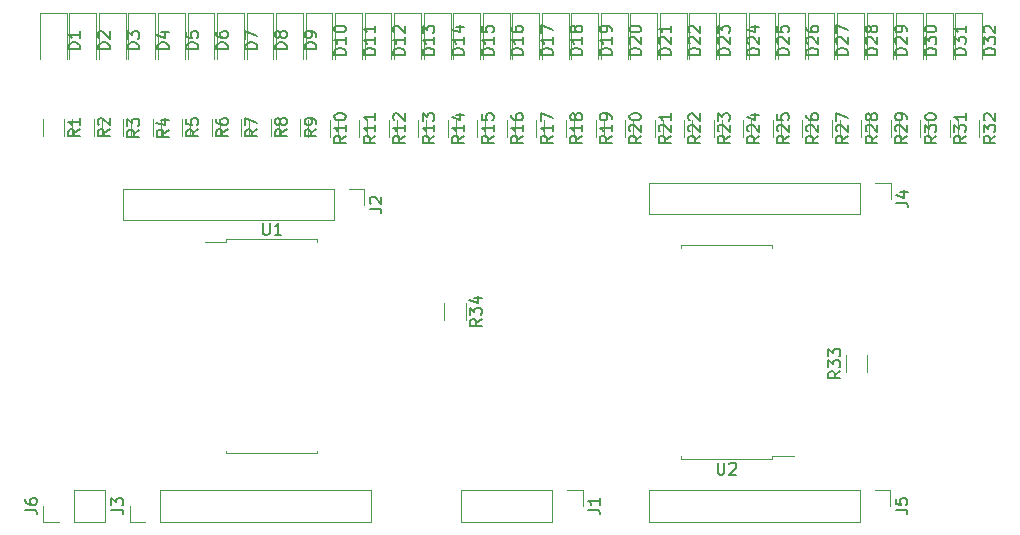
<source format=gbr>
%TF.GenerationSoftware,KiCad,Pcbnew,(5.1.9-0-10_14)*%
%TF.CreationDate,2021-08-25T01:40:26+02:00*%
%TF.ProjectId,i2c-32io,6932632d-3332-4696-9f2e-6b696361645f,rev?*%
%TF.SameCoordinates,Original*%
%TF.FileFunction,Legend,Top*%
%TF.FilePolarity,Positive*%
%FSLAX46Y46*%
G04 Gerber Fmt 4.6, Leading zero omitted, Abs format (unit mm)*
G04 Created by KiCad (PCBNEW (5.1.9-0-10_14)) date 2021-08-25 01:40:26*
%MOMM*%
%LPD*%
G01*
G04 APERTURE LIST*
%ADD10C,0.120000*%
%ADD11C,0.150000*%
G04 APERTURE END LIST*
D10*
%TO.C,U2*%
X81500000Y-87940000D02*
X77640000Y-87940000D01*
X77640000Y-87940000D02*
X77640000Y-88185000D01*
X81500000Y-87940000D02*
X85360000Y-87940000D01*
X85360000Y-87940000D02*
X85360000Y-88185000D01*
X81500000Y-106060000D02*
X77640000Y-106060000D01*
X77640000Y-106060000D02*
X77640000Y-105815000D01*
X81500000Y-106060000D02*
X85360000Y-106060000D01*
X85360000Y-106060000D02*
X85360000Y-105815000D01*
X85360000Y-105815000D02*
X87175000Y-105815000D01*
%TO.C,J6*%
X28870000Y-111330000D02*
X28870000Y-108670000D01*
X26270000Y-111330000D02*
X28870000Y-111330000D01*
X26270000Y-108670000D02*
X28870000Y-108670000D01*
X26270000Y-111330000D02*
X26270000Y-108670000D01*
X25000000Y-111330000D02*
X23670000Y-111330000D01*
X23670000Y-111330000D02*
X23670000Y-110000000D01*
%TO.C,J4*%
X74970000Y-82670000D02*
X74970000Y-85330000D01*
X92810000Y-82670000D02*
X74970000Y-82670000D01*
X92810000Y-85330000D02*
X74970000Y-85330000D01*
X92810000Y-82670000D02*
X92810000Y-85330000D01*
X94080000Y-82670000D02*
X95410000Y-82670000D01*
X95410000Y-82670000D02*
X95410000Y-84000000D01*
%TO.C,J3*%
X51410000Y-111330000D02*
X51410000Y-108670000D01*
X33570000Y-111330000D02*
X51410000Y-111330000D01*
X33570000Y-108670000D02*
X51410000Y-108670000D01*
X33570000Y-111330000D02*
X33570000Y-108670000D01*
X32300000Y-111330000D02*
X30970000Y-111330000D01*
X30970000Y-111330000D02*
X30970000Y-110000000D01*
%TO.C,J2*%
X30390000Y-83170000D02*
X30390000Y-85830000D01*
X48230000Y-83170000D02*
X30390000Y-83170000D01*
X48230000Y-85830000D02*
X30390000Y-85830000D01*
X48230000Y-83170000D02*
X48230000Y-85830000D01*
X49500000Y-83170000D02*
X50830000Y-83170000D01*
X50830000Y-83170000D02*
X50830000Y-84500000D01*
%TO.C,J1*%
X59050000Y-108670000D02*
X59050000Y-111330000D01*
X66730000Y-108670000D02*
X59050000Y-108670000D01*
X66730000Y-111330000D02*
X59050000Y-111330000D01*
X66730000Y-108670000D02*
X66730000Y-111330000D01*
X68000000Y-108670000D02*
X69330000Y-108670000D01*
X69330000Y-108670000D02*
X69330000Y-110000000D01*
%TO.C,U1*%
X43000000Y-105560000D02*
X46860000Y-105560000D01*
X46860000Y-105560000D02*
X46860000Y-105315000D01*
X43000000Y-105560000D02*
X39140000Y-105560000D01*
X39140000Y-105560000D02*
X39140000Y-105315000D01*
X43000000Y-87440000D02*
X46860000Y-87440000D01*
X46860000Y-87440000D02*
X46860000Y-87685000D01*
X43000000Y-87440000D02*
X39140000Y-87440000D01*
X39140000Y-87440000D02*
X39140000Y-87685000D01*
X39140000Y-87685000D02*
X37325000Y-87685000D01*
%TO.C,R34*%
X59410000Y-92810436D02*
X59410000Y-94264564D01*
X57590000Y-92810436D02*
X57590000Y-94264564D01*
%TO.C,R33*%
X91590000Y-98689564D02*
X91590000Y-97235436D01*
X93410000Y-98689564D02*
X93410000Y-97235436D01*
%TO.C,R32*%
X102910000Y-77310436D02*
X102910000Y-78764564D01*
X101090000Y-77310436D02*
X101090000Y-78764564D01*
%TO.C,R31*%
X100410000Y-77310436D02*
X100410000Y-78764564D01*
X98590000Y-77310436D02*
X98590000Y-78764564D01*
%TO.C,R30*%
X97910000Y-77310436D02*
X97910000Y-78764564D01*
X96090000Y-77310436D02*
X96090000Y-78764564D01*
%TO.C,R29*%
X95410000Y-77310436D02*
X95410000Y-78764564D01*
X93590000Y-77310436D02*
X93590000Y-78764564D01*
%TO.C,R28*%
X92910000Y-77310436D02*
X92910000Y-78764564D01*
X91090000Y-77310436D02*
X91090000Y-78764564D01*
%TO.C,R27*%
X90410000Y-77310436D02*
X90410000Y-78764564D01*
X88590000Y-77310436D02*
X88590000Y-78764564D01*
%TO.C,R26*%
X87910000Y-77310436D02*
X87910000Y-78764564D01*
X86090000Y-77310436D02*
X86090000Y-78764564D01*
%TO.C,R25*%
X85410000Y-77310436D02*
X85410000Y-78764564D01*
X83590000Y-77310436D02*
X83590000Y-78764564D01*
%TO.C,R24*%
X82910000Y-77310436D02*
X82910000Y-78764564D01*
X81090000Y-77310436D02*
X81090000Y-78764564D01*
%TO.C,R23*%
X80410000Y-77310436D02*
X80410000Y-78764564D01*
X78590000Y-77310436D02*
X78590000Y-78764564D01*
%TO.C,R22*%
X77910000Y-77310436D02*
X77910000Y-78764564D01*
X76090000Y-77310436D02*
X76090000Y-78764564D01*
%TO.C,R21*%
X75410000Y-77310436D02*
X75410000Y-78764564D01*
X73590000Y-77310436D02*
X73590000Y-78764564D01*
%TO.C,R20*%
X72910000Y-77310436D02*
X72910000Y-78764564D01*
X71090000Y-77310436D02*
X71090000Y-78764564D01*
%TO.C,R19*%
X70410000Y-77310436D02*
X70410000Y-78764564D01*
X68590000Y-77310436D02*
X68590000Y-78764564D01*
%TO.C,R18*%
X67910000Y-77310436D02*
X67910000Y-78764564D01*
X66090000Y-77310436D02*
X66090000Y-78764564D01*
%TO.C,R17*%
X65410000Y-77310436D02*
X65410000Y-78764564D01*
X63590000Y-77310436D02*
X63590000Y-78764564D01*
%TO.C,R16*%
X62910000Y-77310436D02*
X62910000Y-78764564D01*
X61090000Y-77310436D02*
X61090000Y-78764564D01*
%TO.C,R15*%
X60410000Y-77310436D02*
X60410000Y-78764564D01*
X58590000Y-77310436D02*
X58590000Y-78764564D01*
%TO.C,R14*%
X57910000Y-77310436D02*
X57910000Y-78764564D01*
X56090000Y-77310436D02*
X56090000Y-78764564D01*
%TO.C,R13*%
X55410000Y-77310436D02*
X55410000Y-78764564D01*
X53590000Y-77310436D02*
X53590000Y-78764564D01*
%TO.C,R12*%
X52910000Y-77310436D02*
X52910000Y-78764564D01*
X51090000Y-77310436D02*
X51090000Y-78764564D01*
%TO.C,R11*%
X50410000Y-77310436D02*
X50410000Y-78764564D01*
X48590000Y-77310436D02*
X48590000Y-78764564D01*
%TO.C,R10*%
X47910000Y-77310436D02*
X47910000Y-78764564D01*
X46090000Y-77310436D02*
X46090000Y-78764564D01*
%TO.C,R9*%
X45410000Y-77235436D02*
X45410000Y-78689564D01*
X43590000Y-77235436D02*
X43590000Y-78689564D01*
%TO.C,R8*%
X42910000Y-77235436D02*
X42910000Y-78689564D01*
X41090000Y-77235436D02*
X41090000Y-78689564D01*
%TO.C,R7*%
X40410000Y-77235436D02*
X40410000Y-78689564D01*
X38590000Y-77235436D02*
X38590000Y-78689564D01*
%TO.C,R6*%
X37910000Y-77235436D02*
X37910000Y-78689564D01*
X36090000Y-77235436D02*
X36090000Y-78689564D01*
%TO.C,R5*%
X35410000Y-77235436D02*
X35410000Y-78689564D01*
X33590000Y-77235436D02*
X33590000Y-78689564D01*
%TO.C,R4*%
X32910000Y-77272936D02*
X32910000Y-78727064D01*
X31090000Y-77272936D02*
X31090000Y-78727064D01*
%TO.C,R3*%
X30410000Y-77272936D02*
X30410000Y-78727064D01*
X28590000Y-77272936D02*
X28590000Y-78727064D01*
%TO.C,R2*%
X27910000Y-77235436D02*
X27910000Y-78689564D01*
X26090000Y-77235436D02*
X26090000Y-78689564D01*
%TO.C,R1*%
X25410000Y-77235436D02*
X25410000Y-78689564D01*
X23590000Y-77235436D02*
X23590000Y-78689564D01*
%TO.C,J5*%
X74930000Y-108670000D02*
X74930000Y-111330000D01*
X92770000Y-108670000D02*
X74930000Y-108670000D01*
X92770000Y-111330000D02*
X74930000Y-111330000D01*
X92770000Y-108670000D02*
X92770000Y-111330000D01*
X94040000Y-108670000D02*
X95370000Y-108670000D01*
X95370000Y-108670000D02*
X95370000Y-110000000D01*
%TO.C,D32*%
X103135000Y-72200000D02*
X103135000Y-68315000D01*
X103135000Y-68315000D02*
X100865000Y-68315000D01*
X100865000Y-68315000D02*
X100865000Y-72200000D01*
%TO.C,D31*%
X100635000Y-72200000D02*
X100635000Y-68315000D01*
X100635000Y-68315000D02*
X98365000Y-68315000D01*
X98365000Y-68315000D02*
X98365000Y-72200000D01*
%TO.C,D30*%
X98135000Y-72200000D02*
X98135000Y-68315000D01*
X98135000Y-68315000D02*
X95865000Y-68315000D01*
X95865000Y-68315000D02*
X95865000Y-72200000D01*
%TO.C,D29*%
X95635000Y-72200000D02*
X95635000Y-68315000D01*
X95635000Y-68315000D02*
X93365000Y-68315000D01*
X93365000Y-68315000D02*
X93365000Y-72200000D01*
%TO.C,D28*%
X93135000Y-72200000D02*
X93135000Y-68315000D01*
X93135000Y-68315000D02*
X90865000Y-68315000D01*
X90865000Y-68315000D02*
X90865000Y-72200000D01*
%TO.C,D27*%
X90635000Y-72200000D02*
X90635000Y-68315000D01*
X90635000Y-68315000D02*
X88365000Y-68315000D01*
X88365000Y-68315000D02*
X88365000Y-72200000D01*
%TO.C,D26*%
X88135000Y-72200000D02*
X88135000Y-68315000D01*
X88135000Y-68315000D02*
X85865000Y-68315000D01*
X85865000Y-68315000D02*
X85865000Y-72200000D01*
%TO.C,D25*%
X85635000Y-72200000D02*
X85635000Y-68315000D01*
X85635000Y-68315000D02*
X83365000Y-68315000D01*
X83365000Y-68315000D02*
X83365000Y-72200000D01*
%TO.C,D24*%
X83135000Y-72200000D02*
X83135000Y-68315000D01*
X83135000Y-68315000D02*
X80865000Y-68315000D01*
X80865000Y-68315000D02*
X80865000Y-72200000D01*
%TO.C,D23*%
X80635000Y-72200000D02*
X80635000Y-68315000D01*
X80635000Y-68315000D02*
X78365000Y-68315000D01*
X78365000Y-68315000D02*
X78365000Y-72200000D01*
%TO.C,D22*%
X78135000Y-72200000D02*
X78135000Y-68315000D01*
X78135000Y-68315000D02*
X75865000Y-68315000D01*
X75865000Y-68315000D02*
X75865000Y-72200000D01*
%TO.C,D21*%
X75635000Y-72200000D02*
X75635000Y-68315000D01*
X75635000Y-68315000D02*
X73365000Y-68315000D01*
X73365000Y-68315000D02*
X73365000Y-72200000D01*
%TO.C,D20*%
X73135000Y-72200000D02*
X73135000Y-68315000D01*
X73135000Y-68315000D02*
X70865000Y-68315000D01*
X70865000Y-68315000D02*
X70865000Y-72200000D01*
%TO.C,D19*%
X70635000Y-72200000D02*
X70635000Y-68315000D01*
X70635000Y-68315000D02*
X68365000Y-68315000D01*
X68365000Y-68315000D02*
X68365000Y-72200000D01*
%TO.C,D18*%
X68135000Y-72200000D02*
X68135000Y-68315000D01*
X68135000Y-68315000D02*
X65865000Y-68315000D01*
X65865000Y-68315000D02*
X65865000Y-72200000D01*
%TO.C,D17*%
X65635000Y-72200000D02*
X65635000Y-68315000D01*
X65635000Y-68315000D02*
X63365000Y-68315000D01*
X63365000Y-68315000D02*
X63365000Y-72200000D01*
%TO.C,D16*%
X63135000Y-72200000D02*
X63135000Y-68315000D01*
X63135000Y-68315000D02*
X60865000Y-68315000D01*
X60865000Y-68315000D02*
X60865000Y-72200000D01*
%TO.C,D15*%
X60635000Y-72200000D02*
X60635000Y-68315000D01*
X60635000Y-68315000D02*
X58365000Y-68315000D01*
X58365000Y-68315000D02*
X58365000Y-72200000D01*
%TO.C,D14*%
X58135000Y-72200000D02*
X58135000Y-68315000D01*
X58135000Y-68315000D02*
X55865000Y-68315000D01*
X55865000Y-68315000D02*
X55865000Y-72200000D01*
%TO.C,D13*%
X55635000Y-72200000D02*
X55635000Y-68315000D01*
X55635000Y-68315000D02*
X53365000Y-68315000D01*
X53365000Y-68315000D02*
X53365000Y-72200000D01*
%TO.C,D12*%
X53135000Y-72200000D02*
X53135000Y-68315000D01*
X53135000Y-68315000D02*
X50865000Y-68315000D01*
X50865000Y-68315000D02*
X50865000Y-72200000D01*
%TO.C,D11*%
X50635000Y-72200000D02*
X50635000Y-68315000D01*
X50635000Y-68315000D02*
X48365000Y-68315000D01*
X48365000Y-68315000D02*
X48365000Y-72200000D01*
%TO.C,D10*%
X48135000Y-72200000D02*
X48135000Y-68315000D01*
X48135000Y-68315000D02*
X45865000Y-68315000D01*
X45865000Y-68315000D02*
X45865000Y-72200000D01*
%TO.C,D9*%
X45635000Y-72200000D02*
X45635000Y-68315000D01*
X45635000Y-68315000D02*
X43365000Y-68315000D01*
X43365000Y-68315000D02*
X43365000Y-72200000D01*
%TO.C,D8*%
X43135000Y-72200000D02*
X43135000Y-68315000D01*
X43135000Y-68315000D02*
X40865000Y-68315000D01*
X40865000Y-68315000D02*
X40865000Y-72200000D01*
%TO.C,D7*%
X40635000Y-72200000D02*
X40635000Y-68315000D01*
X40635000Y-68315000D02*
X38365000Y-68315000D01*
X38365000Y-68315000D02*
X38365000Y-72200000D01*
%TO.C,D6*%
X38135000Y-72200000D02*
X38135000Y-68315000D01*
X38135000Y-68315000D02*
X35865000Y-68315000D01*
X35865000Y-68315000D02*
X35865000Y-72200000D01*
%TO.C,D5*%
X35635000Y-72200000D02*
X35635000Y-68315000D01*
X35635000Y-68315000D02*
X33365000Y-68315000D01*
X33365000Y-68315000D02*
X33365000Y-72200000D01*
%TO.C,D4*%
X33135000Y-72200000D02*
X33135000Y-68315000D01*
X33135000Y-68315000D02*
X30865000Y-68315000D01*
X30865000Y-68315000D02*
X30865000Y-72200000D01*
%TO.C,D3*%
X30635000Y-72200000D02*
X30635000Y-68315000D01*
X30635000Y-68315000D02*
X28365000Y-68315000D01*
X28365000Y-68315000D02*
X28365000Y-72200000D01*
%TO.C,D2*%
X28135000Y-72200000D02*
X28135000Y-68315000D01*
X28135000Y-68315000D02*
X25865000Y-68315000D01*
X25865000Y-68315000D02*
X25865000Y-72200000D01*
%TO.C,D1*%
X25635000Y-72200000D02*
X25635000Y-68315000D01*
X25635000Y-68315000D02*
X23365000Y-68315000D01*
X23365000Y-68315000D02*
X23365000Y-72200000D01*
%TO.C,U2*%
D11*
X80738095Y-106352380D02*
X80738095Y-107161904D01*
X80785714Y-107257142D01*
X80833333Y-107304761D01*
X80928571Y-107352380D01*
X81119047Y-107352380D01*
X81214285Y-107304761D01*
X81261904Y-107257142D01*
X81309523Y-107161904D01*
X81309523Y-106352380D01*
X81738095Y-106447619D02*
X81785714Y-106400000D01*
X81880952Y-106352380D01*
X82119047Y-106352380D01*
X82214285Y-106400000D01*
X82261904Y-106447619D01*
X82309523Y-106542857D01*
X82309523Y-106638095D01*
X82261904Y-106780952D01*
X81690476Y-107352380D01*
X82309523Y-107352380D01*
%TO.C,J6*%
X22122380Y-110333333D02*
X22836666Y-110333333D01*
X22979523Y-110380952D01*
X23074761Y-110476190D01*
X23122380Y-110619047D01*
X23122380Y-110714285D01*
X22122380Y-109428571D02*
X22122380Y-109619047D01*
X22170000Y-109714285D01*
X22217619Y-109761904D01*
X22360476Y-109857142D01*
X22550952Y-109904761D01*
X22931904Y-109904761D01*
X23027142Y-109857142D01*
X23074761Y-109809523D01*
X23122380Y-109714285D01*
X23122380Y-109523809D01*
X23074761Y-109428571D01*
X23027142Y-109380952D01*
X22931904Y-109333333D01*
X22693809Y-109333333D01*
X22598571Y-109380952D01*
X22550952Y-109428571D01*
X22503333Y-109523809D01*
X22503333Y-109714285D01*
X22550952Y-109809523D01*
X22598571Y-109857142D01*
X22693809Y-109904761D01*
%TO.C,J4*%
X95862380Y-84333333D02*
X96576666Y-84333333D01*
X96719523Y-84380952D01*
X96814761Y-84476190D01*
X96862380Y-84619047D01*
X96862380Y-84714285D01*
X96195714Y-83428571D02*
X96862380Y-83428571D01*
X95814761Y-83666666D02*
X96529047Y-83904761D01*
X96529047Y-83285714D01*
%TO.C,J3*%
X29422380Y-110333333D02*
X30136666Y-110333333D01*
X30279523Y-110380952D01*
X30374761Y-110476190D01*
X30422380Y-110619047D01*
X30422380Y-110714285D01*
X29422380Y-109952380D02*
X29422380Y-109333333D01*
X29803333Y-109666666D01*
X29803333Y-109523809D01*
X29850952Y-109428571D01*
X29898571Y-109380952D01*
X29993809Y-109333333D01*
X30231904Y-109333333D01*
X30327142Y-109380952D01*
X30374761Y-109428571D01*
X30422380Y-109523809D01*
X30422380Y-109809523D01*
X30374761Y-109904761D01*
X30327142Y-109952380D01*
%TO.C,J2*%
X51282380Y-84833333D02*
X51996666Y-84833333D01*
X52139523Y-84880952D01*
X52234761Y-84976190D01*
X52282380Y-85119047D01*
X52282380Y-85214285D01*
X51377619Y-84404761D02*
X51330000Y-84357142D01*
X51282380Y-84261904D01*
X51282380Y-84023809D01*
X51330000Y-83928571D01*
X51377619Y-83880952D01*
X51472857Y-83833333D01*
X51568095Y-83833333D01*
X51710952Y-83880952D01*
X52282380Y-84452380D01*
X52282380Y-83833333D01*
%TO.C,J1*%
X69782380Y-110333333D02*
X70496666Y-110333333D01*
X70639523Y-110380952D01*
X70734761Y-110476190D01*
X70782380Y-110619047D01*
X70782380Y-110714285D01*
X70782380Y-109333333D02*
X70782380Y-109904761D01*
X70782380Y-109619047D02*
X69782380Y-109619047D01*
X69925238Y-109714285D01*
X70020476Y-109809523D01*
X70068095Y-109904761D01*
%TO.C,U1*%
X42238095Y-86052380D02*
X42238095Y-86861904D01*
X42285714Y-86957142D01*
X42333333Y-87004761D01*
X42428571Y-87052380D01*
X42619047Y-87052380D01*
X42714285Y-87004761D01*
X42761904Y-86957142D01*
X42809523Y-86861904D01*
X42809523Y-86052380D01*
X43809523Y-87052380D02*
X43238095Y-87052380D01*
X43523809Y-87052380D02*
X43523809Y-86052380D01*
X43428571Y-86195238D01*
X43333333Y-86290476D01*
X43238095Y-86338095D01*
%TO.C,R34*%
X60772380Y-94180357D02*
X60296190Y-94513690D01*
X60772380Y-94751785D02*
X59772380Y-94751785D01*
X59772380Y-94370833D01*
X59820000Y-94275595D01*
X59867619Y-94227976D01*
X59962857Y-94180357D01*
X60105714Y-94180357D01*
X60200952Y-94227976D01*
X60248571Y-94275595D01*
X60296190Y-94370833D01*
X60296190Y-94751785D01*
X59772380Y-93847023D02*
X59772380Y-93227976D01*
X60153333Y-93561309D01*
X60153333Y-93418452D01*
X60200952Y-93323214D01*
X60248571Y-93275595D01*
X60343809Y-93227976D01*
X60581904Y-93227976D01*
X60677142Y-93275595D01*
X60724761Y-93323214D01*
X60772380Y-93418452D01*
X60772380Y-93704166D01*
X60724761Y-93799404D01*
X60677142Y-93847023D01*
X60105714Y-92370833D02*
X60772380Y-92370833D01*
X59724761Y-92608928D02*
X60439047Y-92847023D01*
X60439047Y-92227976D01*
%TO.C,R33*%
X91132380Y-98605357D02*
X90656190Y-98938690D01*
X91132380Y-99176785D02*
X90132380Y-99176785D01*
X90132380Y-98795833D01*
X90180000Y-98700595D01*
X90227619Y-98652976D01*
X90322857Y-98605357D01*
X90465714Y-98605357D01*
X90560952Y-98652976D01*
X90608571Y-98700595D01*
X90656190Y-98795833D01*
X90656190Y-99176785D01*
X90132380Y-98272023D02*
X90132380Y-97652976D01*
X90513333Y-97986309D01*
X90513333Y-97843452D01*
X90560952Y-97748214D01*
X90608571Y-97700595D01*
X90703809Y-97652976D01*
X90941904Y-97652976D01*
X91037142Y-97700595D01*
X91084761Y-97748214D01*
X91132380Y-97843452D01*
X91132380Y-98129166D01*
X91084761Y-98224404D01*
X91037142Y-98272023D01*
X90132380Y-97319642D02*
X90132380Y-96700595D01*
X90513333Y-97033928D01*
X90513333Y-96891071D01*
X90560952Y-96795833D01*
X90608571Y-96748214D01*
X90703809Y-96700595D01*
X90941904Y-96700595D01*
X91037142Y-96748214D01*
X91084761Y-96795833D01*
X91132380Y-96891071D01*
X91132380Y-97176785D01*
X91084761Y-97272023D01*
X91037142Y-97319642D01*
%TO.C,R32*%
X104272380Y-78680357D02*
X103796190Y-79013690D01*
X104272380Y-79251785D02*
X103272380Y-79251785D01*
X103272380Y-78870833D01*
X103320000Y-78775595D01*
X103367619Y-78727976D01*
X103462857Y-78680357D01*
X103605714Y-78680357D01*
X103700952Y-78727976D01*
X103748571Y-78775595D01*
X103796190Y-78870833D01*
X103796190Y-79251785D01*
X103272380Y-78347023D02*
X103272380Y-77727976D01*
X103653333Y-78061309D01*
X103653333Y-77918452D01*
X103700952Y-77823214D01*
X103748571Y-77775595D01*
X103843809Y-77727976D01*
X104081904Y-77727976D01*
X104177142Y-77775595D01*
X104224761Y-77823214D01*
X104272380Y-77918452D01*
X104272380Y-78204166D01*
X104224761Y-78299404D01*
X104177142Y-78347023D01*
X103367619Y-77347023D02*
X103320000Y-77299404D01*
X103272380Y-77204166D01*
X103272380Y-76966071D01*
X103320000Y-76870833D01*
X103367619Y-76823214D01*
X103462857Y-76775595D01*
X103558095Y-76775595D01*
X103700952Y-76823214D01*
X104272380Y-77394642D01*
X104272380Y-76775595D01*
%TO.C,R31*%
X101772380Y-78680357D02*
X101296190Y-79013690D01*
X101772380Y-79251785D02*
X100772380Y-79251785D01*
X100772380Y-78870833D01*
X100820000Y-78775595D01*
X100867619Y-78727976D01*
X100962857Y-78680357D01*
X101105714Y-78680357D01*
X101200952Y-78727976D01*
X101248571Y-78775595D01*
X101296190Y-78870833D01*
X101296190Y-79251785D01*
X100772380Y-78347023D02*
X100772380Y-77727976D01*
X101153333Y-78061309D01*
X101153333Y-77918452D01*
X101200952Y-77823214D01*
X101248571Y-77775595D01*
X101343809Y-77727976D01*
X101581904Y-77727976D01*
X101677142Y-77775595D01*
X101724761Y-77823214D01*
X101772380Y-77918452D01*
X101772380Y-78204166D01*
X101724761Y-78299404D01*
X101677142Y-78347023D01*
X101772380Y-76775595D02*
X101772380Y-77347023D01*
X101772380Y-77061309D02*
X100772380Y-77061309D01*
X100915238Y-77156547D01*
X101010476Y-77251785D01*
X101058095Y-77347023D01*
%TO.C,R30*%
X99272380Y-78680357D02*
X98796190Y-79013690D01*
X99272380Y-79251785D02*
X98272380Y-79251785D01*
X98272380Y-78870833D01*
X98320000Y-78775595D01*
X98367619Y-78727976D01*
X98462857Y-78680357D01*
X98605714Y-78680357D01*
X98700952Y-78727976D01*
X98748571Y-78775595D01*
X98796190Y-78870833D01*
X98796190Y-79251785D01*
X98272380Y-78347023D02*
X98272380Y-77727976D01*
X98653333Y-78061309D01*
X98653333Y-77918452D01*
X98700952Y-77823214D01*
X98748571Y-77775595D01*
X98843809Y-77727976D01*
X99081904Y-77727976D01*
X99177142Y-77775595D01*
X99224761Y-77823214D01*
X99272380Y-77918452D01*
X99272380Y-78204166D01*
X99224761Y-78299404D01*
X99177142Y-78347023D01*
X98272380Y-77108928D02*
X98272380Y-77013690D01*
X98320000Y-76918452D01*
X98367619Y-76870833D01*
X98462857Y-76823214D01*
X98653333Y-76775595D01*
X98891428Y-76775595D01*
X99081904Y-76823214D01*
X99177142Y-76870833D01*
X99224761Y-76918452D01*
X99272380Y-77013690D01*
X99272380Y-77108928D01*
X99224761Y-77204166D01*
X99177142Y-77251785D01*
X99081904Y-77299404D01*
X98891428Y-77347023D01*
X98653333Y-77347023D01*
X98462857Y-77299404D01*
X98367619Y-77251785D01*
X98320000Y-77204166D01*
X98272380Y-77108928D01*
%TO.C,R29*%
X96772380Y-78680357D02*
X96296190Y-79013690D01*
X96772380Y-79251785D02*
X95772380Y-79251785D01*
X95772380Y-78870833D01*
X95820000Y-78775595D01*
X95867619Y-78727976D01*
X95962857Y-78680357D01*
X96105714Y-78680357D01*
X96200952Y-78727976D01*
X96248571Y-78775595D01*
X96296190Y-78870833D01*
X96296190Y-79251785D01*
X95867619Y-78299404D02*
X95820000Y-78251785D01*
X95772380Y-78156547D01*
X95772380Y-77918452D01*
X95820000Y-77823214D01*
X95867619Y-77775595D01*
X95962857Y-77727976D01*
X96058095Y-77727976D01*
X96200952Y-77775595D01*
X96772380Y-78347023D01*
X96772380Y-77727976D01*
X96772380Y-77251785D02*
X96772380Y-77061309D01*
X96724761Y-76966071D01*
X96677142Y-76918452D01*
X96534285Y-76823214D01*
X96343809Y-76775595D01*
X95962857Y-76775595D01*
X95867619Y-76823214D01*
X95820000Y-76870833D01*
X95772380Y-76966071D01*
X95772380Y-77156547D01*
X95820000Y-77251785D01*
X95867619Y-77299404D01*
X95962857Y-77347023D01*
X96200952Y-77347023D01*
X96296190Y-77299404D01*
X96343809Y-77251785D01*
X96391428Y-77156547D01*
X96391428Y-76966071D01*
X96343809Y-76870833D01*
X96296190Y-76823214D01*
X96200952Y-76775595D01*
%TO.C,R28*%
X94272380Y-78680357D02*
X93796190Y-79013690D01*
X94272380Y-79251785D02*
X93272380Y-79251785D01*
X93272380Y-78870833D01*
X93320000Y-78775595D01*
X93367619Y-78727976D01*
X93462857Y-78680357D01*
X93605714Y-78680357D01*
X93700952Y-78727976D01*
X93748571Y-78775595D01*
X93796190Y-78870833D01*
X93796190Y-79251785D01*
X93367619Y-78299404D02*
X93320000Y-78251785D01*
X93272380Y-78156547D01*
X93272380Y-77918452D01*
X93320000Y-77823214D01*
X93367619Y-77775595D01*
X93462857Y-77727976D01*
X93558095Y-77727976D01*
X93700952Y-77775595D01*
X94272380Y-78347023D01*
X94272380Y-77727976D01*
X93700952Y-77156547D02*
X93653333Y-77251785D01*
X93605714Y-77299404D01*
X93510476Y-77347023D01*
X93462857Y-77347023D01*
X93367619Y-77299404D01*
X93320000Y-77251785D01*
X93272380Y-77156547D01*
X93272380Y-76966071D01*
X93320000Y-76870833D01*
X93367619Y-76823214D01*
X93462857Y-76775595D01*
X93510476Y-76775595D01*
X93605714Y-76823214D01*
X93653333Y-76870833D01*
X93700952Y-76966071D01*
X93700952Y-77156547D01*
X93748571Y-77251785D01*
X93796190Y-77299404D01*
X93891428Y-77347023D01*
X94081904Y-77347023D01*
X94177142Y-77299404D01*
X94224761Y-77251785D01*
X94272380Y-77156547D01*
X94272380Y-76966071D01*
X94224761Y-76870833D01*
X94177142Y-76823214D01*
X94081904Y-76775595D01*
X93891428Y-76775595D01*
X93796190Y-76823214D01*
X93748571Y-76870833D01*
X93700952Y-76966071D01*
%TO.C,R27*%
X91772380Y-78680357D02*
X91296190Y-79013690D01*
X91772380Y-79251785D02*
X90772380Y-79251785D01*
X90772380Y-78870833D01*
X90820000Y-78775595D01*
X90867619Y-78727976D01*
X90962857Y-78680357D01*
X91105714Y-78680357D01*
X91200952Y-78727976D01*
X91248571Y-78775595D01*
X91296190Y-78870833D01*
X91296190Y-79251785D01*
X90867619Y-78299404D02*
X90820000Y-78251785D01*
X90772380Y-78156547D01*
X90772380Y-77918452D01*
X90820000Y-77823214D01*
X90867619Y-77775595D01*
X90962857Y-77727976D01*
X91058095Y-77727976D01*
X91200952Y-77775595D01*
X91772380Y-78347023D01*
X91772380Y-77727976D01*
X90772380Y-77394642D02*
X90772380Y-76727976D01*
X91772380Y-77156547D01*
%TO.C,R26*%
X89272380Y-78680357D02*
X88796190Y-79013690D01*
X89272380Y-79251785D02*
X88272380Y-79251785D01*
X88272380Y-78870833D01*
X88320000Y-78775595D01*
X88367619Y-78727976D01*
X88462857Y-78680357D01*
X88605714Y-78680357D01*
X88700952Y-78727976D01*
X88748571Y-78775595D01*
X88796190Y-78870833D01*
X88796190Y-79251785D01*
X88367619Y-78299404D02*
X88320000Y-78251785D01*
X88272380Y-78156547D01*
X88272380Y-77918452D01*
X88320000Y-77823214D01*
X88367619Y-77775595D01*
X88462857Y-77727976D01*
X88558095Y-77727976D01*
X88700952Y-77775595D01*
X89272380Y-78347023D01*
X89272380Y-77727976D01*
X88272380Y-76870833D02*
X88272380Y-77061309D01*
X88320000Y-77156547D01*
X88367619Y-77204166D01*
X88510476Y-77299404D01*
X88700952Y-77347023D01*
X89081904Y-77347023D01*
X89177142Y-77299404D01*
X89224761Y-77251785D01*
X89272380Y-77156547D01*
X89272380Y-76966071D01*
X89224761Y-76870833D01*
X89177142Y-76823214D01*
X89081904Y-76775595D01*
X88843809Y-76775595D01*
X88748571Y-76823214D01*
X88700952Y-76870833D01*
X88653333Y-76966071D01*
X88653333Y-77156547D01*
X88700952Y-77251785D01*
X88748571Y-77299404D01*
X88843809Y-77347023D01*
%TO.C,R25*%
X86772380Y-78680357D02*
X86296190Y-79013690D01*
X86772380Y-79251785D02*
X85772380Y-79251785D01*
X85772380Y-78870833D01*
X85820000Y-78775595D01*
X85867619Y-78727976D01*
X85962857Y-78680357D01*
X86105714Y-78680357D01*
X86200952Y-78727976D01*
X86248571Y-78775595D01*
X86296190Y-78870833D01*
X86296190Y-79251785D01*
X85867619Y-78299404D02*
X85820000Y-78251785D01*
X85772380Y-78156547D01*
X85772380Y-77918452D01*
X85820000Y-77823214D01*
X85867619Y-77775595D01*
X85962857Y-77727976D01*
X86058095Y-77727976D01*
X86200952Y-77775595D01*
X86772380Y-78347023D01*
X86772380Y-77727976D01*
X85772380Y-76823214D02*
X85772380Y-77299404D01*
X86248571Y-77347023D01*
X86200952Y-77299404D01*
X86153333Y-77204166D01*
X86153333Y-76966071D01*
X86200952Y-76870833D01*
X86248571Y-76823214D01*
X86343809Y-76775595D01*
X86581904Y-76775595D01*
X86677142Y-76823214D01*
X86724761Y-76870833D01*
X86772380Y-76966071D01*
X86772380Y-77204166D01*
X86724761Y-77299404D01*
X86677142Y-77347023D01*
%TO.C,R24*%
X84272380Y-78680357D02*
X83796190Y-79013690D01*
X84272380Y-79251785D02*
X83272380Y-79251785D01*
X83272380Y-78870833D01*
X83320000Y-78775595D01*
X83367619Y-78727976D01*
X83462857Y-78680357D01*
X83605714Y-78680357D01*
X83700952Y-78727976D01*
X83748571Y-78775595D01*
X83796190Y-78870833D01*
X83796190Y-79251785D01*
X83367619Y-78299404D02*
X83320000Y-78251785D01*
X83272380Y-78156547D01*
X83272380Y-77918452D01*
X83320000Y-77823214D01*
X83367619Y-77775595D01*
X83462857Y-77727976D01*
X83558095Y-77727976D01*
X83700952Y-77775595D01*
X84272380Y-78347023D01*
X84272380Y-77727976D01*
X83605714Y-76870833D02*
X84272380Y-76870833D01*
X83224761Y-77108928D02*
X83939047Y-77347023D01*
X83939047Y-76727976D01*
%TO.C,R23*%
X81772380Y-78680357D02*
X81296190Y-79013690D01*
X81772380Y-79251785D02*
X80772380Y-79251785D01*
X80772380Y-78870833D01*
X80820000Y-78775595D01*
X80867619Y-78727976D01*
X80962857Y-78680357D01*
X81105714Y-78680357D01*
X81200952Y-78727976D01*
X81248571Y-78775595D01*
X81296190Y-78870833D01*
X81296190Y-79251785D01*
X80867619Y-78299404D02*
X80820000Y-78251785D01*
X80772380Y-78156547D01*
X80772380Y-77918452D01*
X80820000Y-77823214D01*
X80867619Y-77775595D01*
X80962857Y-77727976D01*
X81058095Y-77727976D01*
X81200952Y-77775595D01*
X81772380Y-78347023D01*
X81772380Y-77727976D01*
X80772380Y-77394642D02*
X80772380Y-76775595D01*
X81153333Y-77108928D01*
X81153333Y-76966071D01*
X81200952Y-76870833D01*
X81248571Y-76823214D01*
X81343809Y-76775595D01*
X81581904Y-76775595D01*
X81677142Y-76823214D01*
X81724761Y-76870833D01*
X81772380Y-76966071D01*
X81772380Y-77251785D01*
X81724761Y-77347023D01*
X81677142Y-77394642D01*
%TO.C,R22*%
X79272380Y-78680357D02*
X78796190Y-79013690D01*
X79272380Y-79251785D02*
X78272380Y-79251785D01*
X78272380Y-78870833D01*
X78320000Y-78775595D01*
X78367619Y-78727976D01*
X78462857Y-78680357D01*
X78605714Y-78680357D01*
X78700952Y-78727976D01*
X78748571Y-78775595D01*
X78796190Y-78870833D01*
X78796190Y-79251785D01*
X78367619Y-78299404D02*
X78320000Y-78251785D01*
X78272380Y-78156547D01*
X78272380Y-77918452D01*
X78320000Y-77823214D01*
X78367619Y-77775595D01*
X78462857Y-77727976D01*
X78558095Y-77727976D01*
X78700952Y-77775595D01*
X79272380Y-78347023D01*
X79272380Y-77727976D01*
X78367619Y-77347023D02*
X78320000Y-77299404D01*
X78272380Y-77204166D01*
X78272380Y-76966071D01*
X78320000Y-76870833D01*
X78367619Y-76823214D01*
X78462857Y-76775595D01*
X78558095Y-76775595D01*
X78700952Y-76823214D01*
X79272380Y-77394642D01*
X79272380Y-76775595D01*
%TO.C,R21*%
X76772380Y-78680357D02*
X76296190Y-79013690D01*
X76772380Y-79251785D02*
X75772380Y-79251785D01*
X75772380Y-78870833D01*
X75820000Y-78775595D01*
X75867619Y-78727976D01*
X75962857Y-78680357D01*
X76105714Y-78680357D01*
X76200952Y-78727976D01*
X76248571Y-78775595D01*
X76296190Y-78870833D01*
X76296190Y-79251785D01*
X75867619Y-78299404D02*
X75820000Y-78251785D01*
X75772380Y-78156547D01*
X75772380Y-77918452D01*
X75820000Y-77823214D01*
X75867619Y-77775595D01*
X75962857Y-77727976D01*
X76058095Y-77727976D01*
X76200952Y-77775595D01*
X76772380Y-78347023D01*
X76772380Y-77727976D01*
X76772380Y-76775595D02*
X76772380Y-77347023D01*
X76772380Y-77061309D02*
X75772380Y-77061309D01*
X75915238Y-77156547D01*
X76010476Y-77251785D01*
X76058095Y-77347023D01*
%TO.C,R20*%
X74272380Y-78680357D02*
X73796190Y-79013690D01*
X74272380Y-79251785D02*
X73272380Y-79251785D01*
X73272380Y-78870833D01*
X73320000Y-78775595D01*
X73367619Y-78727976D01*
X73462857Y-78680357D01*
X73605714Y-78680357D01*
X73700952Y-78727976D01*
X73748571Y-78775595D01*
X73796190Y-78870833D01*
X73796190Y-79251785D01*
X73367619Y-78299404D02*
X73320000Y-78251785D01*
X73272380Y-78156547D01*
X73272380Y-77918452D01*
X73320000Y-77823214D01*
X73367619Y-77775595D01*
X73462857Y-77727976D01*
X73558095Y-77727976D01*
X73700952Y-77775595D01*
X74272380Y-78347023D01*
X74272380Y-77727976D01*
X73272380Y-77108928D02*
X73272380Y-77013690D01*
X73320000Y-76918452D01*
X73367619Y-76870833D01*
X73462857Y-76823214D01*
X73653333Y-76775595D01*
X73891428Y-76775595D01*
X74081904Y-76823214D01*
X74177142Y-76870833D01*
X74224761Y-76918452D01*
X74272380Y-77013690D01*
X74272380Y-77108928D01*
X74224761Y-77204166D01*
X74177142Y-77251785D01*
X74081904Y-77299404D01*
X73891428Y-77347023D01*
X73653333Y-77347023D01*
X73462857Y-77299404D01*
X73367619Y-77251785D01*
X73320000Y-77204166D01*
X73272380Y-77108928D01*
%TO.C,R19*%
X71772380Y-78680357D02*
X71296190Y-79013690D01*
X71772380Y-79251785D02*
X70772380Y-79251785D01*
X70772380Y-78870833D01*
X70820000Y-78775595D01*
X70867619Y-78727976D01*
X70962857Y-78680357D01*
X71105714Y-78680357D01*
X71200952Y-78727976D01*
X71248571Y-78775595D01*
X71296190Y-78870833D01*
X71296190Y-79251785D01*
X71772380Y-77727976D02*
X71772380Y-78299404D01*
X71772380Y-78013690D02*
X70772380Y-78013690D01*
X70915238Y-78108928D01*
X71010476Y-78204166D01*
X71058095Y-78299404D01*
X71772380Y-77251785D02*
X71772380Y-77061309D01*
X71724761Y-76966071D01*
X71677142Y-76918452D01*
X71534285Y-76823214D01*
X71343809Y-76775595D01*
X70962857Y-76775595D01*
X70867619Y-76823214D01*
X70820000Y-76870833D01*
X70772380Y-76966071D01*
X70772380Y-77156547D01*
X70820000Y-77251785D01*
X70867619Y-77299404D01*
X70962857Y-77347023D01*
X71200952Y-77347023D01*
X71296190Y-77299404D01*
X71343809Y-77251785D01*
X71391428Y-77156547D01*
X71391428Y-76966071D01*
X71343809Y-76870833D01*
X71296190Y-76823214D01*
X71200952Y-76775595D01*
%TO.C,R18*%
X69272380Y-78680357D02*
X68796190Y-79013690D01*
X69272380Y-79251785D02*
X68272380Y-79251785D01*
X68272380Y-78870833D01*
X68320000Y-78775595D01*
X68367619Y-78727976D01*
X68462857Y-78680357D01*
X68605714Y-78680357D01*
X68700952Y-78727976D01*
X68748571Y-78775595D01*
X68796190Y-78870833D01*
X68796190Y-79251785D01*
X69272380Y-77727976D02*
X69272380Y-78299404D01*
X69272380Y-78013690D02*
X68272380Y-78013690D01*
X68415238Y-78108928D01*
X68510476Y-78204166D01*
X68558095Y-78299404D01*
X68700952Y-77156547D02*
X68653333Y-77251785D01*
X68605714Y-77299404D01*
X68510476Y-77347023D01*
X68462857Y-77347023D01*
X68367619Y-77299404D01*
X68320000Y-77251785D01*
X68272380Y-77156547D01*
X68272380Y-76966071D01*
X68320000Y-76870833D01*
X68367619Y-76823214D01*
X68462857Y-76775595D01*
X68510476Y-76775595D01*
X68605714Y-76823214D01*
X68653333Y-76870833D01*
X68700952Y-76966071D01*
X68700952Y-77156547D01*
X68748571Y-77251785D01*
X68796190Y-77299404D01*
X68891428Y-77347023D01*
X69081904Y-77347023D01*
X69177142Y-77299404D01*
X69224761Y-77251785D01*
X69272380Y-77156547D01*
X69272380Y-76966071D01*
X69224761Y-76870833D01*
X69177142Y-76823214D01*
X69081904Y-76775595D01*
X68891428Y-76775595D01*
X68796190Y-76823214D01*
X68748571Y-76870833D01*
X68700952Y-76966071D01*
%TO.C,R17*%
X66772380Y-78680357D02*
X66296190Y-79013690D01*
X66772380Y-79251785D02*
X65772380Y-79251785D01*
X65772380Y-78870833D01*
X65820000Y-78775595D01*
X65867619Y-78727976D01*
X65962857Y-78680357D01*
X66105714Y-78680357D01*
X66200952Y-78727976D01*
X66248571Y-78775595D01*
X66296190Y-78870833D01*
X66296190Y-79251785D01*
X66772380Y-77727976D02*
X66772380Y-78299404D01*
X66772380Y-78013690D02*
X65772380Y-78013690D01*
X65915238Y-78108928D01*
X66010476Y-78204166D01*
X66058095Y-78299404D01*
X65772380Y-77394642D02*
X65772380Y-76727976D01*
X66772380Y-77156547D01*
%TO.C,R16*%
X64272380Y-78680357D02*
X63796190Y-79013690D01*
X64272380Y-79251785D02*
X63272380Y-79251785D01*
X63272380Y-78870833D01*
X63320000Y-78775595D01*
X63367619Y-78727976D01*
X63462857Y-78680357D01*
X63605714Y-78680357D01*
X63700952Y-78727976D01*
X63748571Y-78775595D01*
X63796190Y-78870833D01*
X63796190Y-79251785D01*
X64272380Y-77727976D02*
X64272380Y-78299404D01*
X64272380Y-78013690D02*
X63272380Y-78013690D01*
X63415238Y-78108928D01*
X63510476Y-78204166D01*
X63558095Y-78299404D01*
X63272380Y-76870833D02*
X63272380Y-77061309D01*
X63320000Y-77156547D01*
X63367619Y-77204166D01*
X63510476Y-77299404D01*
X63700952Y-77347023D01*
X64081904Y-77347023D01*
X64177142Y-77299404D01*
X64224761Y-77251785D01*
X64272380Y-77156547D01*
X64272380Y-76966071D01*
X64224761Y-76870833D01*
X64177142Y-76823214D01*
X64081904Y-76775595D01*
X63843809Y-76775595D01*
X63748571Y-76823214D01*
X63700952Y-76870833D01*
X63653333Y-76966071D01*
X63653333Y-77156547D01*
X63700952Y-77251785D01*
X63748571Y-77299404D01*
X63843809Y-77347023D01*
%TO.C,R15*%
X61772380Y-78680357D02*
X61296190Y-79013690D01*
X61772380Y-79251785D02*
X60772380Y-79251785D01*
X60772380Y-78870833D01*
X60820000Y-78775595D01*
X60867619Y-78727976D01*
X60962857Y-78680357D01*
X61105714Y-78680357D01*
X61200952Y-78727976D01*
X61248571Y-78775595D01*
X61296190Y-78870833D01*
X61296190Y-79251785D01*
X61772380Y-77727976D02*
X61772380Y-78299404D01*
X61772380Y-78013690D02*
X60772380Y-78013690D01*
X60915238Y-78108928D01*
X61010476Y-78204166D01*
X61058095Y-78299404D01*
X60772380Y-76823214D02*
X60772380Y-77299404D01*
X61248571Y-77347023D01*
X61200952Y-77299404D01*
X61153333Y-77204166D01*
X61153333Y-76966071D01*
X61200952Y-76870833D01*
X61248571Y-76823214D01*
X61343809Y-76775595D01*
X61581904Y-76775595D01*
X61677142Y-76823214D01*
X61724761Y-76870833D01*
X61772380Y-76966071D01*
X61772380Y-77204166D01*
X61724761Y-77299404D01*
X61677142Y-77347023D01*
%TO.C,R14*%
X59272380Y-78680357D02*
X58796190Y-79013690D01*
X59272380Y-79251785D02*
X58272380Y-79251785D01*
X58272380Y-78870833D01*
X58320000Y-78775595D01*
X58367619Y-78727976D01*
X58462857Y-78680357D01*
X58605714Y-78680357D01*
X58700952Y-78727976D01*
X58748571Y-78775595D01*
X58796190Y-78870833D01*
X58796190Y-79251785D01*
X59272380Y-77727976D02*
X59272380Y-78299404D01*
X59272380Y-78013690D02*
X58272380Y-78013690D01*
X58415238Y-78108928D01*
X58510476Y-78204166D01*
X58558095Y-78299404D01*
X58605714Y-76870833D02*
X59272380Y-76870833D01*
X58224761Y-77108928D02*
X58939047Y-77347023D01*
X58939047Y-76727976D01*
%TO.C,R13*%
X56772380Y-78680357D02*
X56296190Y-79013690D01*
X56772380Y-79251785D02*
X55772380Y-79251785D01*
X55772380Y-78870833D01*
X55820000Y-78775595D01*
X55867619Y-78727976D01*
X55962857Y-78680357D01*
X56105714Y-78680357D01*
X56200952Y-78727976D01*
X56248571Y-78775595D01*
X56296190Y-78870833D01*
X56296190Y-79251785D01*
X56772380Y-77727976D02*
X56772380Y-78299404D01*
X56772380Y-78013690D02*
X55772380Y-78013690D01*
X55915238Y-78108928D01*
X56010476Y-78204166D01*
X56058095Y-78299404D01*
X55772380Y-77394642D02*
X55772380Y-76775595D01*
X56153333Y-77108928D01*
X56153333Y-76966071D01*
X56200952Y-76870833D01*
X56248571Y-76823214D01*
X56343809Y-76775595D01*
X56581904Y-76775595D01*
X56677142Y-76823214D01*
X56724761Y-76870833D01*
X56772380Y-76966071D01*
X56772380Y-77251785D01*
X56724761Y-77347023D01*
X56677142Y-77394642D01*
%TO.C,R12*%
X54272380Y-78680357D02*
X53796190Y-79013690D01*
X54272380Y-79251785D02*
X53272380Y-79251785D01*
X53272380Y-78870833D01*
X53320000Y-78775595D01*
X53367619Y-78727976D01*
X53462857Y-78680357D01*
X53605714Y-78680357D01*
X53700952Y-78727976D01*
X53748571Y-78775595D01*
X53796190Y-78870833D01*
X53796190Y-79251785D01*
X54272380Y-77727976D02*
X54272380Y-78299404D01*
X54272380Y-78013690D02*
X53272380Y-78013690D01*
X53415238Y-78108928D01*
X53510476Y-78204166D01*
X53558095Y-78299404D01*
X53367619Y-77347023D02*
X53320000Y-77299404D01*
X53272380Y-77204166D01*
X53272380Y-76966071D01*
X53320000Y-76870833D01*
X53367619Y-76823214D01*
X53462857Y-76775595D01*
X53558095Y-76775595D01*
X53700952Y-76823214D01*
X54272380Y-77394642D01*
X54272380Y-76775595D01*
%TO.C,R11*%
X51772380Y-78680357D02*
X51296190Y-79013690D01*
X51772380Y-79251785D02*
X50772380Y-79251785D01*
X50772380Y-78870833D01*
X50820000Y-78775595D01*
X50867619Y-78727976D01*
X50962857Y-78680357D01*
X51105714Y-78680357D01*
X51200952Y-78727976D01*
X51248571Y-78775595D01*
X51296190Y-78870833D01*
X51296190Y-79251785D01*
X51772380Y-77727976D02*
X51772380Y-78299404D01*
X51772380Y-78013690D02*
X50772380Y-78013690D01*
X50915238Y-78108928D01*
X51010476Y-78204166D01*
X51058095Y-78299404D01*
X51772380Y-76775595D02*
X51772380Y-77347023D01*
X51772380Y-77061309D02*
X50772380Y-77061309D01*
X50915238Y-77156547D01*
X51010476Y-77251785D01*
X51058095Y-77347023D01*
%TO.C,R10*%
X49272380Y-78680357D02*
X48796190Y-79013690D01*
X49272380Y-79251785D02*
X48272380Y-79251785D01*
X48272380Y-78870833D01*
X48320000Y-78775595D01*
X48367619Y-78727976D01*
X48462857Y-78680357D01*
X48605714Y-78680357D01*
X48700952Y-78727976D01*
X48748571Y-78775595D01*
X48796190Y-78870833D01*
X48796190Y-79251785D01*
X49272380Y-77727976D02*
X49272380Y-78299404D01*
X49272380Y-78013690D02*
X48272380Y-78013690D01*
X48415238Y-78108928D01*
X48510476Y-78204166D01*
X48558095Y-78299404D01*
X48272380Y-77108928D02*
X48272380Y-77013690D01*
X48320000Y-76918452D01*
X48367619Y-76870833D01*
X48462857Y-76823214D01*
X48653333Y-76775595D01*
X48891428Y-76775595D01*
X49081904Y-76823214D01*
X49177142Y-76870833D01*
X49224761Y-76918452D01*
X49272380Y-77013690D01*
X49272380Y-77108928D01*
X49224761Y-77204166D01*
X49177142Y-77251785D01*
X49081904Y-77299404D01*
X48891428Y-77347023D01*
X48653333Y-77347023D01*
X48462857Y-77299404D01*
X48367619Y-77251785D01*
X48320000Y-77204166D01*
X48272380Y-77108928D01*
%TO.C,R9*%
X46772380Y-78129166D02*
X46296190Y-78462500D01*
X46772380Y-78700595D02*
X45772380Y-78700595D01*
X45772380Y-78319642D01*
X45820000Y-78224404D01*
X45867619Y-78176785D01*
X45962857Y-78129166D01*
X46105714Y-78129166D01*
X46200952Y-78176785D01*
X46248571Y-78224404D01*
X46296190Y-78319642D01*
X46296190Y-78700595D01*
X46772380Y-77652976D02*
X46772380Y-77462500D01*
X46724761Y-77367261D01*
X46677142Y-77319642D01*
X46534285Y-77224404D01*
X46343809Y-77176785D01*
X45962857Y-77176785D01*
X45867619Y-77224404D01*
X45820000Y-77272023D01*
X45772380Y-77367261D01*
X45772380Y-77557738D01*
X45820000Y-77652976D01*
X45867619Y-77700595D01*
X45962857Y-77748214D01*
X46200952Y-77748214D01*
X46296190Y-77700595D01*
X46343809Y-77652976D01*
X46391428Y-77557738D01*
X46391428Y-77367261D01*
X46343809Y-77272023D01*
X46296190Y-77224404D01*
X46200952Y-77176785D01*
%TO.C,R8*%
X44272380Y-78129166D02*
X43796190Y-78462500D01*
X44272380Y-78700595D02*
X43272380Y-78700595D01*
X43272380Y-78319642D01*
X43320000Y-78224404D01*
X43367619Y-78176785D01*
X43462857Y-78129166D01*
X43605714Y-78129166D01*
X43700952Y-78176785D01*
X43748571Y-78224404D01*
X43796190Y-78319642D01*
X43796190Y-78700595D01*
X43700952Y-77557738D02*
X43653333Y-77652976D01*
X43605714Y-77700595D01*
X43510476Y-77748214D01*
X43462857Y-77748214D01*
X43367619Y-77700595D01*
X43320000Y-77652976D01*
X43272380Y-77557738D01*
X43272380Y-77367261D01*
X43320000Y-77272023D01*
X43367619Y-77224404D01*
X43462857Y-77176785D01*
X43510476Y-77176785D01*
X43605714Y-77224404D01*
X43653333Y-77272023D01*
X43700952Y-77367261D01*
X43700952Y-77557738D01*
X43748571Y-77652976D01*
X43796190Y-77700595D01*
X43891428Y-77748214D01*
X44081904Y-77748214D01*
X44177142Y-77700595D01*
X44224761Y-77652976D01*
X44272380Y-77557738D01*
X44272380Y-77367261D01*
X44224761Y-77272023D01*
X44177142Y-77224404D01*
X44081904Y-77176785D01*
X43891428Y-77176785D01*
X43796190Y-77224404D01*
X43748571Y-77272023D01*
X43700952Y-77367261D01*
%TO.C,R7*%
X41772380Y-78129166D02*
X41296190Y-78462500D01*
X41772380Y-78700595D02*
X40772380Y-78700595D01*
X40772380Y-78319642D01*
X40820000Y-78224404D01*
X40867619Y-78176785D01*
X40962857Y-78129166D01*
X41105714Y-78129166D01*
X41200952Y-78176785D01*
X41248571Y-78224404D01*
X41296190Y-78319642D01*
X41296190Y-78700595D01*
X40772380Y-77795833D02*
X40772380Y-77129166D01*
X41772380Y-77557738D01*
%TO.C,R6*%
X39272380Y-78129166D02*
X38796190Y-78462500D01*
X39272380Y-78700595D02*
X38272380Y-78700595D01*
X38272380Y-78319642D01*
X38320000Y-78224404D01*
X38367619Y-78176785D01*
X38462857Y-78129166D01*
X38605714Y-78129166D01*
X38700952Y-78176785D01*
X38748571Y-78224404D01*
X38796190Y-78319642D01*
X38796190Y-78700595D01*
X38272380Y-77272023D02*
X38272380Y-77462500D01*
X38320000Y-77557738D01*
X38367619Y-77605357D01*
X38510476Y-77700595D01*
X38700952Y-77748214D01*
X39081904Y-77748214D01*
X39177142Y-77700595D01*
X39224761Y-77652976D01*
X39272380Y-77557738D01*
X39272380Y-77367261D01*
X39224761Y-77272023D01*
X39177142Y-77224404D01*
X39081904Y-77176785D01*
X38843809Y-77176785D01*
X38748571Y-77224404D01*
X38700952Y-77272023D01*
X38653333Y-77367261D01*
X38653333Y-77557738D01*
X38700952Y-77652976D01*
X38748571Y-77700595D01*
X38843809Y-77748214D01*
%TO.C,R5*%
X36772380Y-78129166D02*
X36296190Y-78462500D01*
X36772380Y-78700595D02*
X35772380Y-78700595D01*
X35772380Y-78319642D01*
X35820000Y-78224404D01*
X35867619Y-78176785D01*
X35962857Y-78129166D01*
X36105714Y-78129166D01*
X36200952Y-78176785D01*
X36248571Y-78224404D01*
X36296190Y-78319642D01*
X36296190Y-78700595D01*
X35772380Y-77224404D02*
X35772380Y-77700595D01*
X36248571Y-77748214D01*
X36200952Y-77700595D01*
X36153333Y-77605357D01*
X36153333Y-77367261D01*
X36200952Y-77272023D01*
X36248571Y-77224404D01*
X36343809Y-77176785D01*
X36581904Y-77176785D01*
X36677142Y-77224404D01*
X36724761Y-77272023D01*
X36772380Y-77367261D01*
X36772380Y-77605357D01*
X36724761Y-77700595D01*
X36677142Y-77748214D01*
%TO.C,R4*%
X34272380Y-78166666D02*
X33796190Y-78500000D01*
X34272380Y-78738095D02*
X33272380Y-78738095D01*
X33272380Y-78357142D01*
X33320000Y-78261904D01*
X33367619Y-78214285D01*
X33462857Y-78166666D01*
X33605714Y-78166666D01*
X33700952Y-78214285D01*
X33748571Y-78261904D01*
X33796190Y-78357142D01*
X33796190Y-78738095D01*
X33605714Y-77309523D02*
X34272380Y-77309523D01*
X33224761Y-77547619D02*
X33939047Y-77785714D01*
X33939047Y-77166666D01*
%TO.C,R3*%
X31772380Y-78166666D02*
X31296190Y-78500000D01*
X31772380Y-78738095D02*
X30772380Y-78738095D01*
X30772380Y-78357142D01*
X30820000Y-78261904D01*
X30867619Y-78214285D01*
X30962857Y-78166666D01*
X31105714Y-78166666D01*
X31200952Y-78214285D01*
X31248571Y-78261904D01*
X31296190Y-78357142D01*
X31296190Y-78738095D01*
X30772380Y-77833333D02*
X30772380Y-77214285D01*
X31153333Y-77547619D01*
X31153333Y-77404761D01*
X31200952Y-77309523D01*
X31248571Y-77261904D01*
X31343809Y-77214285D01*
X31581904Y-77214285D01*
X31677142Y-77261904D01*
X31724761Y-77309523D01*
X31772380Y-77404761D01*
X31772380Y-77690476D01*
X31724761Y-77785714D01*
X31677142Y-77833333D01*
%TO.C,R2*%
X29272380Y-78129166D02*
X28796190Y-78462500D01*
X29272380Y-78700595D02*
X28272380Y-78700595D01*
X28272380Y-78319642D01*
X28320000Y-78224404D01*
X28367619Y-78176785D01*
X28462857Y-78129166D01*
X28605714Y-78129166D01*
X28700952Y-78176785D01*
X28748571Y-78224404D01*
X28796190Y-78319642D01*
X28796190Y-78700595D01*
X28367619Y-77748214D02*
X28320000Y-77700595D01*
X28272380Y-77605357D01*
X28272380Y-77367261D01*
X28320000Y-77272023D01*
X28367619Y-77224404D01*
X28462857Y-77176785D01*
X28558095Y-77176785D01*
X28700952Y-77224404D01*
X29272380Y-77795833D01*
X29272380Y-77176785D01*
%TO.C,R1*%
X26772380Y-78129166D02*
X26296190Y-78462500D01*
X26772380Y-78700595D02*
X25772380Y-78700595D01*
X25772380Y-78319642D01*
X25820000Y-78224404D01*
X25867619Y-78176785D01*
X25962857Y-78129166D01*
X26105714Y-78129166D01*
X26200952Y-78176785D01*
X26248571Y-78224404D01*
X26296190Y-78319642D01*
X26296190Y-78700595D01*
X26772380Y-77176785D02*
X26772380Y-77748214D01*
X26772380Y-77462500D02*
X25772380Y-77462500D01*
X25915238Y-77557738D01*
X26010476Y-77652976D01*
X26058095Y-77748214D01*
%TO.C,J5*%
X95822380Y-110333333D02*
X96536666Y-110333333D01*
X96679523Y-110380952D01*
X96774761Y-110476190D01*
X96822380Y-110619047D01*
X96822380Y-110714285D01*
X95822380Y-109380952D02*
X95822380Y-109857142D01*
X96298571Y-109904761D01*
X96250952Y-109857142D01*
X96203333Y-109761904D01*
X96203333Y-109523809D01*
X96250952Y-109428571D01*
X96298571Y-109380952D01*
X96393809Y-109333333D01*
X96631904Y-109333333D01*
X96727142Y-109380952D01*
X96774761Y-109428571D01*
X96822380Y-109523809D01*
X96822380Y-109761904D01*
X96774761Y-109857142D01*
X96727142Y-109904761D01*
%TO.C,D32*%
X104272380Y-71814285D02*
X103272380Y-71814285D01*
X103272380Y-71576190D01*
X103320000Y-71433333D01*
X103415238Y-71338095D01*
X103510476Y-71290476D01*
X103700952Y-71242857D01*
X103843809Y-71242857D01*
X104034285Y-71290476D01*
X104129523Y-71338095D01*
X104224761Y-71433333D01*
X104272380Y-71576190D01*
X104272380Y-71814285D01*
X103272380Y-70909523D02*
X103272380Y-70290476D01*
X103653333Y-70623809D01*
X103653333Y-70480952D01*
X103700952Y-70385714D01*
X103748571Y-70338095D01*
X103843809Y-70290476D01*
X104081904Y-70290476D01*
X104177142Y-70338095D01*
X104224761Y-70385714D01*
X104272380Y-70480952D01*
X104272380Y-70766666D01*
X104224761Y-70861904D01*
X104177142Y-70909523D01*
X103367619Y-69909523D02*
X103320000Y-69861904D01*
X103272380Y-69766666D01*
X103272380Y-69528571D01*
X103320000Y-69433333D01*
X103367619Y-69385714D01*
X103462857Y-69338095D01*
X103558095Y-69338095D01*
X103700952Y-69385714D01*
X104272380Y-69957142D01*
X104272380Y-69338095D01*
%TO.C,D31*%
X101772380Y-71814285D02*
X100772380Y-71814285D01*
X100772380Y-71576190D01*
X100820000Y-71433333D01*
X100915238Y-71338095D01*
X101010476Y-71290476D01*
X101200952Y-71242857D01*
X101343809Y-71242857D01*
X101534285Y-71290476D01*
X101629523Y-71338095D01*
X101724761Y-71433333D01*
X101772380Y-71576190D01*
X101772380Y-71814285D01*
X100772380Y-70909523D02*
X100772380Y-70290476D01*
X101153333Y-70623809D01*
X101153333Y-70480952D01*
X101200952Y-70385714D01*
X101248571Y-70338095D01*
X101343809Y-70290476D01*
X101581904Y-70290476D01*
X101677142Y-70338095D01*
X101724761Y-70385714D01*
X101772380Y-70480952D01*
X101772380Y-70766666D01*
X101724761Y-70861904D01*
X101677142Y-70909523D01*
X101772380Y-69338095D02*
X101772380Y-69909523D01*
X101772380Y-69623809D02*
X100772380Y-69623809D01*
X100915238Y-69719047D01*
X101010476Y-69814285D01*
X101058095Y-69909523D01*
%TO.C,D30*%
X99272380Y-71814285D02*
X98272380Y-71814285D01*
X98272380Y-71576190D01*
X98320000Y-71433333D01*
X98415238Y-71338095D01*
X98510476Y-71290476D01*
X98700952Y-71242857D01*
X98843809Y-71242857D01*
X99034285Y-71290476D01*
X99129523Y-71338095D01*
X99224761Y-71433333D01*
X99272380Y-71576190D01*
X99272380Y-71814285D01*
X98272380Y-70909523D02*
X98272380Y-70290476D01*
X98653333Y-70623809D01*
X98653333Y-70480952D01*
X98700952Y-70385714D01*
X98748571Y-70338095D01*
X98843809Y-70290476D01*
X99081904Y-70290476D01*
X99177142Y-70338095D01*
X99224761Y-70385714D01*
X99272380Y-70480952D01*
X99272380Y-70766666D01*
X99224761Y-70861904D01*
X99177142Y-70909523D01*
X98272380Y-69671428D02*
X98272380Y-69576190D01*
X98320000Y-69480952D01*
X98367619Y-69433333D01*
X98462857Y-69385714D01*
X98653333Y-69338095D01*
X98891428Y-69338095D01*
X99081904Y-69385714D01*
X99177142Y-69433333D01*
X99224761Y-69480952D01*
X99272380Y-69576190D01*
X99272380Y-69671428D01*
X99224761Y-69766666D01*
X99177142Y-69814285D01*
X99081904Y-69861904D01*
X98891428Y-69909523D01*
X98653333Y-69909523D01*
X98462857Y-69861904D01*
X98367619Y-69814285D01*
X98320000Y-69766666D01*
X98272380Y-69671428D01*
%TO.C,D29*%
X96772380Y-71814285D02*
X95772380Y-71814285D01*
X95772380Y-71576190D01*
X95820000Y-71433333D01*
X95915238Y-71338095D01*
X96010476Y-71290476D01*
X96200952Y-71242857D01*
X96343809Y-71242857D01*
X96534285Y-71290476D01*
X96629523Y-71338095D01*
X96724761Y-71433333D01*
X96772380Y-71576190D01*
X96772380Y-71814285D01*
X95867619Y-70861904D02*
X95820000Y-70814285D01*
X95772380Y-70719047D01*
X95772380Y-70480952D01*
X95820000Y-70385714D01*
X95867619Y-70338095D01*
X95962857Y-70290476D01*
X96058095Y-70290476D01*
X96200952Y-70338095D01*
X96772380Y-70909523D01*
X96772380Y-70290476D01*
X96772380Y-69814285D02*
X96772380Y-69623809D01*
X96724761Y-69528571D01*
X96677142Y-69480952D01*
X96534285Y-69385714D01*
X96343809Y-69338095D01*
X95962857Y-69338095D01*
X95867619Y-69385714D01*
X95820000Y-69433333D01*
X95772380Y-69528571D01*
X95772380Y-69719047D01*
X95820000Y-69814285D01*
X95867619Y-69861904D01*
X95962857Y-69909523D01*
X96200952Y-69909523D01*
X96296190Y-69861904D01*
X96343809Y-69814285D01*
X96391428Y-69719047D01*
X96391428Y-69528571D01*
X96343809Y-69433333D01*
X96296190Y-69385714D01*
X96200952Y-69338095D01*
%TO.C,D28*%
X94272380Y-71814285D02*
X93272380Y-71814285D01*
X93272380Y-71576190D01*
X93320000Y-71433333D01*
X93415238Y-71338095D01*
X93510476Y-71290476D01*
X93700952Y-71242857D01*
X93843809Y-71242857D01*
X94034285Y-71290476D01*
X94129523Y-71338095D01*
X94224761Y-71433333D01*
X94272380Y-71576190D01*
X94272380Y-71814285D01*
X93367619Y-70861904D02*
X93320000Y-70814285D01*
X93272380Y-70719047D01*
X93272380Y-70480952D01*
X93320000Y-70385714D01*
X93367619Y-70338095D01*
X93462857Y-70290476D01*
X93558095Y-70290476D01*
X93700952Y-70338095D01*
X94272380Y-70909523D01*
X94272380Y-70290476D01*
X93700952Y-69719047D02*
X93653333Y-69814285D01*
X93605714Y-69861904D01*
X93510476Y-69909523D01*
X93462857Y-69909523D01*
X93367619Y-69861904D01*
X93320000Y-69814285D01*
X93272380Y-69719047D01*
X93272380Y-69528571D01*
X93320000Y-69433333D01*
X93367619Y-69385714D01*
X93462857Y-69338095D01*
X93510476Y-69338095D01*
X93605714Y-69385714D01*
X93653333Y-69433333D01*
X93700952Y-69528571D01*
X93700952Y-69719047D01*
X93748571Y-69814285D01*
X93796190Y-69861904D01*
X93891428Y-69909523D01*
X94081904Y-69909523D01*
X94177142Y-69861904D01*
X94224761Y-69814285D01*
X94272380Y-69719047D01*
X94272380Y-69528571D01*
X94224761Y-69433333D01*
X94177142Y-69385714D01*
X94081904Y-69338095D01*
X93891428Y-69338095D01*
X93796190Y-69385714D01*
X93748571Y-69433333D01*
X93700952Y-69528571D01*
%TO.C,D27*%
X91772380Y-71814285D02*
X90772380Y-71814285D01*
X90772380Y-71576190D01*
X90820000Y-71433333D01*
X90915238Y-71338095D01*
X91010476Y-71290476D01*
X91200952Y-71242857D01*
X91343809Y-71242857D01*
X91534285Y-71290476D01*
X91629523Y-71338095D01*
X91724761Y-71433333D01*
X91772380Y-71576190D01*
X91772380Y-71814285D01*
X90867619Y-70861904D02*
X90820000Y-70814285D01*
X90772380Y-70719047D01*
X90772380Y-70480952D01*
X90820000Y-70385714D01*
X90867619Y-70338095D01*
X90962857Y-70290476D01*
X91058095Y-70290476D01*
X91200952Y-70338095D01*
X91772380Y-70909523D01*
X91772380Y-70290476D01*
X90772380Y-69957142D02*
X90772380Y-69290476D01*
X91772380Y-69719047D01*
%TO.C,D26*%
X89272380Y-71814285D02*
X88272380Y-71814285D01*
X88272380Y-71576190D01*
X88320000Y-71433333D01*
X88415238Y-71338095D01*
X88510476Y-71290476D01*
X88700952Y-71242857D01*
X88843809Y-71242857D01*
X89034285Y-71290476D01*
X89129523Y-71338095D01*
X89224761Y-71433333D01*
X89272380Y-71576190D01*
X89272380Y-71814285D01*
X88367619Y-70861904D02*
X88320000Y-70814285D01*
X88272380Y-70719047D01*
X88272380Y-70480952D01*
X88320000Y-70385714D01*
X88367619Y-70338095D01*
X88462857Y-70290476D01*
X88558095Y-70290476D01*
X88700952Y-70338095D01*
X89272380Y-70909523D01*
X89272380Y-70290476D01*
X88272380Y-69433333D02*
X88272380Y-69623809D01*
X88320000Y-69719047D01*
X88367619Y-69766666D01*
X88510476Y-69861904D01*
X88700952Y-69909523D01*
X89081904Y-69909523D01*
X89177142Y-69861904D01*
X89224761Y-69814285D01*
X89272380Y-69719047D01*
X89272380Y-69528571D01*
X89224761Y-69433333D01*
X89177142Y-69385714D01*
X89081904Y-69338095D01*
X88843809Y-69338095D01*
X88748571Y-69385714D01*
X88700952Y-69433333D01*
X88653333Y-69528571D01*
X88653333Y-69719047D01*
X88700952Y-69814285D01*
X88748571Y-69861904D01*
X88843809Y-69909523D01*
%TO.C,D25*%
X86772380Y-71814285D02*
X85772380Y-71814285D01*
X85772380Y-71576190D01*
X85820000Y-71433333D01*
X85915238Y-71338095D01*
X86010476Y-71290476D01*
X86200952Y-71242857D01*
X86343809Y-71242857D01*
X86534285Y-71290476D01*
X86629523Y-71338095D01*
X86724761Y-71433333D01*
X86772380Y-71576190D01*
X86772380Y-71814285D01*
X85867619Y-70861904D02*
X85820000Y-70814285D01*
X85772380Y-70719047D01*
X85772380Y-70480952D01*
X85820000Y-70385714D01*
X85867619Y-70338095D01*
X85962857Y-70290476D01*
X86058095Y-70290476D01*
X86200952Y-70338095D01*
X86772380Y-70909523D01*
X86772380Y-70290476D01*
X85772380Y-69385714D02*
X85772380Y-69861904D01*
X86248571Y-69909523D01*
X86200952Y-69861904D01*
X86153333Y-69766666D01*
X86153333Y-69528571D01*
X86200952Y-69433333D01*
X86248571Y-69385714D01*
X86343809Y-69338095D01*
X86581904Y-69338095D01*
X86677142Y-69385714D01*
X86724761Y-69433333D01*
X86772380Y-69528571D01*
X86772380Y-69766666D01*
X86724761Y-69861904D01*
X86677142Y-69909523D01*
%TO.C,D24*%
X84272380Y-71814285D02*
X83272380Y-71814285D01*
X83272380Y-71576190D01*
X83320000Y-71433333D01*
X83415238Y-71338095D01*
X83510476Y-71290476D01*
X83700952Y-71242857D01*
X83843809Y-71242857D01*
X84034285Y-71290476D01*
X84129523Y-71338095D01*
X84224761Y-71433333D01*
X84272380Y-71576190D01*
X84272380Y-71814285D01*
X83367619Y-70861904D02*
X83320000Y-70814285D01*
X83272380Y-70719047D01*
X83272380Y-70480952D01*
X83320000Y-70385714D01*
X83367619Y-70338095D01*
X83462857Y-70290476D01*
X83558095Y-70290476D01*
X83700952Y-70338095D01*
X84272380Y-70909523D01*
X84272380Y-70290476D01*
X83605714Y-69433333D02*
X84272380Y-69433333D01*
X83224761Y-69671428D02*
X83939047Y-69909523D01*
X83939047Y-69290476D01*
%TO.C,D23*%
X81772380Y-71814285D02*
X80772380Y-71814285D01*
X80772380Y-71576190D01*
X80820000Y-71433333D01*
X80915238Y-71338095D01*
X81010476Y-71290476D01*
X81200952Y-71242857D01*
X81343809Y-71242857D01*
X81534285Y-71290476D01*
X81629523Y-71338095D01*
X81724761Y-71433333D01*
X81772380Y-71576190D01*
X81772380Y-71814285D01*
X80867619Y-70861904D02*
X80820000Y-70814285D01*
X80772380Y-70719047D01*
X80772380Y-70480952D01*
X80820000Y-70385714D01*
X80867619Y-70338095D01*
X80962857Y-70290476D01*
X81058095Y-70290476D01*
X81200952Y-70338095D01*
X81772380Y-70909523D01*
X81772380Y-70290476D01*
X80772380Y-69957142D02*
X80772380Y-69338095D01*
X81153333Y-69671428D01*
X81153333Y-69528571D01*
X81200952Y-69433333D01*
X81248571Y-69385714D01*
X81343809Y-69338095D01*
X81581904Y-69338095D01*
X81677142Y-69385714D01*
X81724761Y-69433333D01*
X81772380Y-69528571D01*
X81772380Y-69814285D01*
X81724761Y-69909523D01*
X81677142Y-69957142D01*
%TO.C,D22*%
X79272380Y-71814285D02*
X78272380Y-71814285D01*
X78272380Y-71576190D01*
X78320000Y-71433333D01*
X78415238Y-71338095D01*
X78510476Y-71290476D01*
X78700952Y-71242857D01*
X78843809Y-71242857D01*
X79034285Y-71290476D01*
X79129523Y-71338095D01*
X79224761Y-71433333D01*
X79272380Y-71576190D01*
X79272380Y-71814285D01*
X78367619Y-70861904D02*
X78320000Y-70814285D01*
X78272380Y-70719047D01*
X78272380Y-70480952D01*
X78320000Y-70385714D01*
X78367619Y-70338095D01*
X78462857Y-70290476D01*
X78558095Y-70290476D01*
X78700952Y-70338095D01*
X79272380Y-70909523D01*
X79272380Y-70290476D01*
X78367619Y-69909523D02*
X78320000Y-69861904D01*
X78272380Y-69766666D01*
X78272380Y-69528571D01*
X78320000Y-69433333D01*
X78367619Y-69385714D01*
X78462857Y-69338095D01*
X78558095Y-69338095D01*
X78700952Y-69385714D01*
X79272380Y-69957142D01*
X79272380Y-69338095D01*
%TO.C,D21*%
X76772380Y-71814285D02*
X75772380Y-71814285D01*
X75772380Y-71576190D01*
X75820000Y-71433333D01*
X75915238Y-71338095D01*
X76010476Y-71290476D01*
X76200952Y-71242857D01*
X76343809Y-71242857D01*
X76534285Y-71290476D01*
X76629523Y-71338095D01*
X76724761Y-71433333D01*
X76772380Y-71576190D01*
X76772380Y-71814285D01*
X75867619Y-70861904D02*
X75820000Y-70814285D01*
X75772380Y-70719047D01*
X75772380Y-70480952D01*
X75820000Y-70385714D01*
X75867619Y-70338095D01*
X75962857Y-70290476D01*
X76058095Y-70290476D01*
X76200952Y-70338095D01*
X76772380Y-70909523D01*
X76772380Y-70290476D01*
X76772380Y-69338095D02*
X76772380Y-69909523D01*
X76772380Y-69623809D02*
X75772380Y-69623809D01*
X75915238Y-69719047D01*
X76010476Y-69814285D01*
X76058095Y-69909523D01*
%TO.C,D20*%
X74272380Y-71814285D02*
X73272380Y-71814285D01*
X73272380Y-71576190D01*
X73320000Y-71433333D01*
X73415238Y-71338095D01*
X73510476Y-71290476D01*
X73700952Y-71242857D01*
X73843809Y-71242857D01*
X74034285Y-71290476D01*
X74129523Y-71338095D01*
X74224761Y-71433333D01*
X74272380Y-71576190D01*
X74272380Y-71814285D01*
X73367619Y-70861904D02*
X73320000Y-70814285D01*
X73272380Y-70719047D01*
X73272380Y-70480952D01*
X73320000Y-70385714D01*
X73367619Y-70338095D01*
X73462857Y-70290476D01*
X73558095Y-70290476D01*
X73700952Y-70338095D01*
X74272380Y-70909523D01*
X74272380Y-70290476D01*
X73272380Y-69671428D02*
X73272380Y-69576190D01*
X73320000Y-69480952D01*
X73367619Y-69433333D01*
X73462857Y-69385714D01*
X73653333Y-69338095D01*
X73891428Y-69338095D01*
X74081904Y-69385714D01*
X74177142Y-69433333D01*
X74224761Y-69480952D01*
X74272380Y-69576190D01*
X74272380Y-69671428D01*
X74224761Y-69766666D01*
X74177142Y-69814285D01*
X74081904Y-69861904D01*
X73891428Y-69909523D01*
X73653333Y-69909523D01*
X73462857Y-69861904D01*
X73367619Y-69814285D01*
X73320000Y-69766666D01*
X73272380Y-69671428D01*
%TO.C,D19*%
X71772380Y-71814285D02*
X70772380Y-71814285D01*
X70772380Y-71576190D01*
X70820000Y-71433333D01*
X70915238Y-71338095D01*
X71010476Y-71290476D01*
X71200952Y-71242857D01*
X71343809Y-71242857D01*
X71534285Y-71290476D01*
X71629523Y-71338095D01*
X71724761Y-71433333D01*
X71772380Y-71576190D01*
X71772380Y-71814285D01*
X71772380Y-70290476D02*
X71772380Y-70861904D01*
X71772380Y-70576190D02*
X70772380Y-70576190D01*
X70915238Y-70671428D01*
X71010476Y-70766666D01*
X71058095Y-70861904D01*
X71772380Y-69814285D02*
X71772380Y-69623809D01*
X71724761Y-69528571D01*
X71677142Y-69480952D01*
X71534285Y-69385714D01*
X71343809Y-69338095D01*
X70962857Y-69338095D01*
X70867619Y-69385714D01*
X70820000Y-69433333D01*
X70772380Y-69528571D01*
X70772380Y-69719047D01*
X70820000Y-69814285D01*
X70867619Y-69861904D01*
X70962857Y-69909523D01*
X71200952Y-69909523D01*
X71296190Y-69861904D01*
X71343809Y-69814285D01*
X71391428Y-69719047D01*
X71391428Y-69528571D01*
X71343809Y-69433333D01*
X71296190Y-69385714D01*
X71200952Y-69338095D01*
%TO.C,D18*%
X69272380Y-71814285D02*
X68272380Y-71814285D01*
X68272380Y-71576190D01*
X68320000Y-71433333D01*
X68415238Y-71338095D01*
X68510476Y-71290476D01*
X68700952Y-71242857D01*
X68843809Y-71242857D01*
X69034285Y-71290476D01*
X69129523Y-71338095D01*
X69224761Y-71433333D01*
X69272380Y-71576190D01*
X69272380Y-71814285D01*
X69272380Y-70290476D02*
X69272380Y-70861904D01*
X69272380Y-70576190D02*
X68272380Y-70576190D01*
X68415238Y-70671428D01*
X68510476Y-70766666D01*
X68558095Y-70861904D01*
X68700952Y-69719047D02*
X68653333Y-69814285D01*
X68605714Y-69861904D01*
X68510476Y-69909523D01*
X68462857Y-69909523D01*
X68367619Y-69861904D01*
X68320000Y-69814285D01*
X68272380Y-69719047D01*
X68272380Y-69528571D01*
X68320000Y-69433333D01*
X68367619Y-69385714D01*
X68462857Y-69338095D01*
X68510476Y-69338095D01*
X68605714Y-69385714D01*
X68653333Y-69433333D01*
X68700952Y-69528571D01*
X68700952Y-69719047D01*
X68748571Y-69814285D01*
X68796190Y-69861904D01*
X68891428Y-69909523D01*
X69081904Y-69909523D01*
X69177142Y-69861904D01*
X69224761Y-69814285D01*
X69272380Y-69719047D01*
X69272380Y-69528571D01*
X69224761Y-69433333D01*
X69177142Y-69385714D01*
X69081904Y-69338095D01*
X68891428Y-69338095D01*
X68796190Y-69385714D01*
X68748571Y-69433333D01*
X68700952Y-69528571D01*
%TO.C,D17*%
X66772380Y-71814285D02*
X65772380Y-71814285D01*
X65772380Y-71576190D01*
X65820000Y-71433333D01*
X65915238Y-71338095D01*
X66010476Y-71290476D01*
X66200952Y-71242857D01*
X66343809Y-71242857D01*
X66534285Y-71290476D01*
X66629523Y-71338095D01*
X66724761Y-71433333D01*
X66772380Y-71576190D01*
X66772380Y-71814285D01*
X66772380Y-70290476D02*
X66772380Y-70861904D01*
X66772380Y-70576190D02*
X65772380Y-70576190D01*
X65915238Y-70671428D01*
X66010476Y-70766666D01*
X66058095Y-70861904D01*
X65772380Y-69957142D02*
X65772380Y-69290476D01*
X66772380Y-69719047D01*
%TO.C,D16*%
X64272380Y-71814285D02*
X63272380Y-71814285D01*
X63272380Y-71576190D01*
X63320000Y-71433333D01*
X63415238Y-71338095D01*
X63510476Y-71290476D01*
X63700952Y-71242857D01*
X63843809Y-71242857D01*
X64034285Y-71290476D01*
X64129523Y-71338095D01*
X64224761Y-71433333D01*
X64272380Y-71576190D01*
X64272380Y-71814285D01*
X64272380Y-70290476D02*
X64272380Y-70861904D01*
X64272380Y-70576190D02*
X63272380Y-70576190D01*
X63415238Y-70671428D01*
X63510476Y-70766666D01*
X63558095Y-70861904D01*
X63272380Y-69433333D02*
X63272380Y-69623809D01*
X63320000Y-69719047D01*
X63367619Y-69766666D01*
X63510476Y-69861904D01*
X63700952Y-69909523D01*
X64081904Y-69909523D01*
X64177142Y-69861904D01*
X64224761Y-69814285D01*
X64272380Y-69719047D01*
X64272380Y-69528571D01*
X64224761Y-69433333D01*
X64177142Y-69385714D01*
X64081904Y-69338095D01*
X63843809Y-69338095D01*
X63748571Y-69385714D01*
X63700952Y-69433333D01*
X63653333Y-69528571D01*
X63653333Y-69719047D01*
X63700952Y-69814285D01*
X63748571Y-69861904D01*
X63843809Y-69909523D01*
%TO.C,D15*%
X61772380Y-71814285D02*
X60772380Y-71814285D01*
X60772380Y-71576190D01*
X60820000Y-71433333D01*
X60915238Y-71338095D01*
X61010476Y-71290476D01*
X61200952Y-71242857D01*
X61343809Y-71242857D01*
X61534285Y-71290476D01*
X61629523Y-71338095D01*
X61724761Y-71433333D01*
X61772380Y-71576190D01*
X61772380Y-71814285D01*
X61772380Y-70290476D02*
X61772380Y-70861904D01*
X61772380Y-70576190D02*
X60772380Y-70576190D01*
X60915238Y-70671428D01*
X61010476Y-70766666D01*
X61058095Y-70861904D01*
X60772380Y-69385714D02*
X60772380Y-69861904D01*
X61248571Y-69909523D01*
X61200952Y-69861904D01*
X61153333Y-69766666D01*
X61153333Y-69528571D01*
X61200952Y-69433333D01*
X61248571Y-69385714D01*
X61343809Y-69338095D01*
X61581904Y-69338095D01*
X61677142Y-69385714D01*
X61724761Y-69433333D01*
X61772380Y-69528571D01*
X61772380Y-69766666D01*
X61724761Y-69861904D01*
X61677142Y-69909523D01*
%TO.C,D14*%
X59272380Y-71814285D02*
X58272380Y-71814285D01*
X58272380Y-71576190D01*
X58320000Y-71433333D01*
X58415238Y-71338095D01*
X58510476Y-71290476D01*
X58700952Y-71242857D01*
X58843809Y-71242857D01*
X59034285Y-71290476D01*
X59129523Y-71338095D01*
X59224761Y-71433333D01*
X59272380Y-71576190D01*
X59272380Y-71814285D01*
X59272380Y-70290476D02*
X59272380Y-70861904D01*
X59272380Y-70576190D02*
X58272380Y-70576190D01*
X58415238Y-70671428D01*
X58510476Y-70766666D01*
X58558095Y-70861904D01*
X58605714Y-69433333D02*
X59272380Y-69433333D01*
X58224761Y-69671428D02*
X58939047Y-69909523D01*
X58939047Y-69290476D01*
%TO.C,D13*%
X56772380Y-71814285D02*
X55772380Y-71814285D01*
X55772380Y-71576190D01*
X55820000Y-71433333D01*
X55915238Y-71338095D01*
X56010476Y-71290476D01*
X56200952Y-71242857D01*
X56343809Y-71242857D01*
X56534285Y-71290476D01*
X56629523Y-71338095D01*
X56724761Y-71433333D01*
X56772380Y-71576190D01*
X56772380Y-71814285D01*
X56772380Y-70290476D02*
X56772380Y-70861904D01*
X56772380Y-70576190D02*
X55772380Y-70576190D01*
X55915238Y-70671428D01*
X56010476Y-70766666D01*
X56058095Y-70861904D01*
X55772380Y-69957142D02*
X55772380Y-69338095D01*
X56153333Y-69671428D01*
X56153333Y-69528571D01*
X56200952Y-69433333D01*
X56248571Y-69385714D01*
X56343809Y-69338095D01*
X56581904Y-69338095D01*
X56677142Y-69385714D01*
X56724761Y-69433333D01*
X56772380Y-69528571D01*
X56772380Y-69814285D01*
X56724761Y-69909523D01*
X56677142Y-69957142D01*
%TO.C,D12*%
X54272380Y-71814285D02*
X53272380Y-71814285D01*
X53272380Y-71576190D01*
X53320000Y-71433333D01*
X53415238Y-71338095D01*
X53510476Y-71290476D01*
X53700952Y-71242857D01*
X53843809Y-71242857D01*
X54034285Y-71290476D01*
X54129523Y-71338095D01*
X54224761Y-71433333D01*
X54272380Y-71576190D01*
X54272380Y-71814285D01*
X54272380Y-70290476D02*
X54272380Y-70861904D01*
X54272380Y-70576190D02*
X53272380Y-70576190D01*
X53415238Y-70671428D01*
X53510476Y-70766666D01*
X53558095Y-70861904D01*
X53367619Y-69909523D02*
X53320000Y-69861904D01*
X53272380Y-69766666D01*
X53272380Y-69528571D01*
X53320000Y-69433333D01*
X53367619Y-69385714D01*
X53462857Y-69338095D01*
X53558095Y-69338095D01*
X53700952Y-69385714D01*
X54272380Y-69957142D01*
X54272380Y-69338095D01*
%TO.C,D11*%
X51772380Y-71814285D02*
X50772380Y-71814285D01*
X50772380Y-71576190D01*
X50820000Y-71433333D01*
X50915238Y-71338095D01*
X51010476Y-71290476D01*
X51200952Y-71242857D01*
X51343809Y-71242857D01*
X51534285Y-71290476D01*
X51629523Y-71338095D01*
X51724761Y-71433333D01*
X51772380Y-71576190D01*
X51772380Y-71814285D01*
X51772380Y-70290476D02*
X51772380Y-70861904D01*
X51772380Y-70576190D02*
X50772380Y-70576190D01*
X50915238Y-70671428D01*
X51010476Y-70766666D01*
X51058095Y-70861904D01*
X51772380Y-69338095D02*
X51772380Y-69909523D01*
X51772380Y-69623809D02*
X50772380Y-69623809D01*
X50915238Y-69719047D01*
X51010476Y-69814285D01*
X51058095Y-69909523D01*
%TO.C,D10*%
X49272380Y-71814285D02*
X48272380Y-71814285D01*
X48272380Y-71576190D01*
X48320000Y-71433333D01*
X48415238Y-71338095D01*
X48510476Y-71290476D01*
X48700952Y-71242857D01*
X48843809Y-71242857D01*
X49034285Y-71290476D01*
X49129523Y-71338095D01*
X49224761Y-71433333D01*
X49272380Y-71576190D01*
X49272380Y-71814285D01*
X49272380Y-70290476D02*
X49272380Y-70861904D01*
X49272380Y-70576190D02*
X48272380Y-70576190D01*
X48415238Y-70671428D01*
X48510476Y-70766666D01*
X48558095Y-70861904D01*
X48272380Y-69671428D02*
X48272380Y-69576190D01*
X48320000Y-69480952D01*
X48367619Y-69433333D01*
X48462857Y-69385714D01*
X48653333Y-69338095D01*
X48891428Y-69338095D01*
X49081904Y-69385714D01*
X49177142Y-69433333D01*
X49224761Y-69480952D01*
X49272380Y-69576190D01*
X49272380Y-69671428D01*
X49224761Y-69766666D01*
X49177142Y-69814285D01*
X49081904Y-69861904D01*
X48891428Y-69909523D01*
X48653333Y-69909523D01*
X48462857Y-69861904D01*
X48367619Y-69814285D01*
X48320000Y-69766666D01*
X48272380Y-69671428D01*
%TO.C,D9*%
X46772380Y-71338095D02*
X45772380Y-71338095D01*
X45772380Y-71100000D01*
X45820000Y-70957142D01*
X45915238Y-70861904D01*
X46010476Y-70814285D01*
X46200952Y-70766666D01*
X46343809Y-70766666D01*
X46534285Y-70814285D01*
X46629523Y-70861904D01*
X46724761Y-70957142D01*
X46772380Y-71100000D01*
X46772380Y-71338095D01*
X46772380Y-70290476D02*
X46772380Y-70100000D01*
X46724761Y-70004761D01*
X46677142Y-69957142D01*
X46534285Y-69861904D01*
X46343809Y-69814285D01*
X45962857Y-69814285D01*
X45867619Y-69861904D01*
X45820000Y-69909523D01*
X45772380Y-70004761D01*
X45772380Y-70195238D01*
X45820000Y-70290476D01*
X45867619Y-70338095D01*
X45962857Y-70385714D01*
X46200952Y-70385714D01*
X46296190Y-70338095D01*
X46343809Y-70290476D01*
X46391428Y-70195238D01*
X46391428Y-70004761D01*
X46343809Y-69909523D01*
X46296190Y-69861904D01*
X46200952Y-69814285D01*
%TO.C,D8*%
X44272380Y-71338095D02*
X43272380Y-71338095D01*
X43272380Y-71100000D01*
X43320000Y-70957142D01*
X43415238Y-70861904D01*
X43510476Y-70814285D01*
X43700952Y-70766666D01*
X43843809Y-70766666D01*
X44034285Y-70814285D01*
X44129523Y-70861904D01*
X44224761Y-70957142D01*
X44272380Y-71100000D01*
X44272380Y-71338095D01*
X43700952Y-70195238D02*
X43653333Y-70290476D01*
X43605714Y-70338095D01*
X43510476Y-70385714D01*
X43462857Y-70385714D01*
X43367619Y-70338095D01*
X43320000Y-70290476D01*
X43272380Y-70195238D01*
X43272380Y-70004761D01*
X43320000Y-69909523D01*
X43367619Y-69861904D01*
X43462857Y-69814285D01*
X43510476Y-69814285D01*
X43605714Y-69861904D01*
X43653333Y-69909523D01*
X43700952Y-70004761D01*
X43700952Y-70195238D01*
X43748571Y-70290476D01*
X43796190Y-70338095D01*
X43891428Y-70385714D01*
X44081904Y-70385714D01*
X44177142Y-70338095D01*
X44224761Y-70290476D01*
X44272380Y-70195238D01*
X44272380Y-70004761D01*
X44224761Y-69909523D01*
X44177142Y-69861904D01*
X44081904Y-69814285D01*
X43891428Y-69814285D01*
X43796190Y-69861904D01*
X43748571Y-69909523D01*
X43700952Y-70004761D01*
%TO.C,D7*%
X41772380Y-71338095D02*
X40772380Y-71338095D01*
X40772380Y-71100000D01*
X40820000Y-70957142D01*
X40915238Y-70861904D01*
X41010476Y-70814285D01*
X41200952Y-70766666D01*
X41343809Y-70766666D01*
X41534285Y-70814285D01*
X41629523Y-70861904D01*
X41724761Y-70957142D01*
X41772380Y-71100000D01*
X41772380Y-71338095D01*
X40772380Y-70433333D02*
X40772380Y-69766666D01*
X41772380Y-70195238D01*
%TO.C,D6*%
X39272380Y-71338095D02*
X38272380Y-71338095D01*
X38272380Y-71100000D01*
X38320000Y-70957142D01*
X38415238Y-70861904D01*
X38510476Y-70814285D01*
X38700952Y-70766666D01*
X38843809Y-70766666D01*
X39034285Y-70814285D01*
X39129523Y-70861904D01*
X39224761Y-70957142D01*
X39272380Y-71100000D01*
X39272380Y-71338095D01*
X38272380Y-69909523D02*
X38272380Y-70100000D01*
X38320000Y-70195238D01*
X38367619Y-70242857D01*
X38510476Y-70338095D01*
X38700952Y-70385714D01*
X39081904Y-70385714D01*
X39177142Y-70338095D01*
X39224761Y-70290476D01*
X39272380Y-70195238D01*
X39272380Y-70004761D01*
X39224761Y-69909523D01*
X39177142Y-69861904D01*
X39081904Y-69814285D01*
X38843809Y-69814285D01*
X38748571Y-69861904D01*
X38700952Y-69909523D01*
X38653333Y-70004761D01*
X38653333Y-70195238D01*
X38700952Y-70290476D01*
X38748571Y-70338095D01*
X38843809Y-70385714D01*
%TO.C,D5*%
X36772380Y-71338095D02*
X35772380Y-71338095D01*
X35772380Y-71100000D01*
X35820000Y-70957142D01*
X35915238Y-70861904D01*
X36010476Y-70814285D01*
X36200952Y-70766666D01*
X36343809Y-70766666D01*
X36534285Y-70814285D01*
X36629523Y-70861904D01*
X36724761Y-70957142D01*
X36772380Y-71100000D01*
X36772380Y-71338095D01*
X35772380Y-69861904D02*
X35772380Y-70338095D01*
X36248571Y-70385714D01*
X36200952Y-70338095D01*
X36153333Y-70242857D01*
X36153333Y-70004761D01*
X36200952Y-69909523D01*
X36248571Y-69861904D01*
X36343809Y-69814285D01*
X36581904Y-69814285D01*
X36677142Y-69861904D01*
X36724761Y-69909523D01*
X36772380Y-70004761D01*
X36772380Y-70242857D01*
X36724761Y-70338095D01*
X36677142Y-70385714D01*
%TO.C,D4*%
X34272380Y-71338095D02*
X33272380Y-71338095D01*
X33272380Y-71100000D01*
X33320000Y-70957142D01*
X33415238Y-70861904D01*
X33510476Y-70814285D01*
X33700952Y-70766666D01*
X33843809Y-70766666D01*
X34034285Y-70814285D01*
X34129523Y-70861904D01*
X34224761Y-70957142D01*
X34272380Y-71100000D01*
X34272380Y-71338095D01*
X33605714Y-69909523D02*
X34272380Y-69909523D01*
X33224761Y-70147619D02*
X33939047Y-70385714D01*
X33939047Y-69766666D01*
%TO.C,D3*%
X31772380Y-71338095D02*
X30772380Y-71338095D01*
X30772380Y-71100000D01*
X30820000Y-70957142D01*
X30915238Y-70861904D01*
X31010476Y-70814285D01*
X31200952Y-70766666D01*
X31343809Y-70766666D01*
X31534285Y-70814285D01*
X31629523Y-70861904D01*
X31724761Y-70957142D01*
X31772380Y-71100000D01*
X31772380Y-71338095D01*
X30772380Y-70433333D02*
X30772380Y-69814285D01*
X31153333Y-70147619D01*
X31153333Y-70004761D01*
X31200952Y-69909523D01*
X31248571Y-69861904D01*
X31343809Y-69814285D01*
X31581904Y-69814285D01*
X31677142Y-69861904D01*
X31724761Y-69909523D01*
X31772380Y-70004761D01*
X31772380Y-70290476D01*
X31724761Y-70385714D01*
X31677142Y-70433333D01*
%TO.C,D2*%
X29272380Y-71338095D02*
X28272380Y-71338095D01*
X28272380Y-71100000D01*
X28320000Y-70957142D01*
X28415238Y-70861904D01*
X28510476Y-70814285D01*
X28700952Y-70766666D01*
X28843809Y-70766666D01*
X29034285Y-70814285D01*
X29129523Y-70861904D01*
X29224761Y-70957142D01*
X29272380Y-71100000D01*
X29272380Y-71338095D01*
X28367619Y-70385714D02*
X28320000Y-70338095D01*
X28272380Y-70242857D01*
X28272380Y-70004761D01*
X28320000Y-69909523D01*
X28367619Y-69861904D01*
X28462857Y-69814285D01*
X28558095Y-69814285D01*
X28700952Y-69861904D01*
X29272380Y-70433333D01*
X29272380Y-69814285D01*
%TO.C,D1*%
X26772380Y-71338095D02*
X25772380Y-71338095D01*
X25772380Y-71100000D01*
X25820000Y-70957142D01*
X25915238Y-70861904D01*
X26010476Y-70814285D01*
X26200952Y-70766666D01*
X26343809Y-70766666D01*
X26534285Y-70814285D01*
X26629523Y-70861904D01*
X26724761Y-70957142D01*
X26772380Y-71100000D01*
X26772380Y-71338095D01*
X26772380Y-69814285D02*
X26772380Y-70385714D01*
X26772380Y-70100000D02*
X25772380Y-70100000D01*
X25915238Y-70195238D01*
X26010476Y-70290476D01*
X26058095Y-70385714D01*
%TD*%
M02*

</source>
